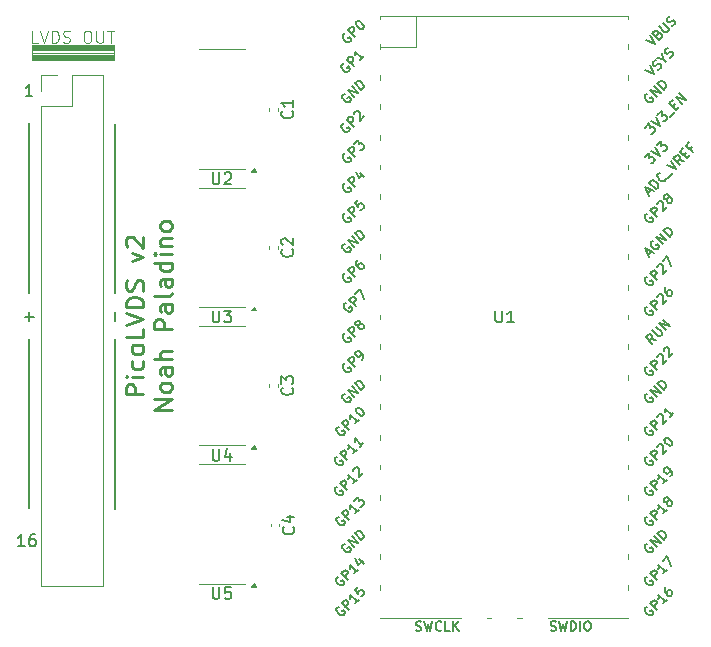
<source format=gbr>
%TF.GenerationSoftware,KiCad,Pcbnew,8.0.9*%
%TF.CreationDate,2025-02-20T22:31:30-05:00*%
%TF.ProjectId,PicoLVDS,5069636f-4c56-4445-932e-6b696361645f,2*%
%TF.SameCoordinates,Original*%
%TF.FileFunction,Legend,Top*%
%TF.FilePolarity,Positive*%
%FSLAX46Y46*%
G04 Gerber Fmt 4.6, Leading zero omitted, Abs format (unit mm)*
G04 Created by KiCad (PCBNEW 8.0.9) date 2025-02-20 22:31:30*
%MOMM*%
%LPD*%
G01*
G04 APERTURE LIST*
%ADD10C,0.100000*%
%ADD11C,0.254000*%
%ADD12C,0.150000*%
%ADD13C,0.120000*%
G04 APERTURE END LIST*
D10*
X32145237Y-39672419D02*
X31669047Y-39672419D01*
X31669047Y-39672419D02*
X31669047Y-38672419D01*
X32335714Y-38672419D02*
X32669047Y-39672419D01*
X32669047Y-39672419D02*
X33002380Y-38672419D01*
X33335714Y-39672419D02*
X33335714Y-38672419D01*
X33335714Y-38672419D02*
X33573809Y-38672419D01*
X33573809Y-38672419D02*
X33716666Y-38720038D01*
X33716666Y-38720038D02*
X33811904Y-38815276D01*
X33811904Y-38815276D02*
X33859523Y-38910514D01*
X33859523Y-38910514D02*
X33907142Y-39100990D01*
X33907142Y-39100990D02*
X33907142Y-39243847D01*
X33907142Y-39243847D02*
X33859523Y-39434323D01*
X33859523Y-39434323D02*
X33811904Y-39529561D01*
X33811904Y-39529561D02*
X33716666Y-39624800D01*
X33716666Y-39624800D02*
X33573809Y-39672419D01*
X33573809Y-39672419D02*
X33335714Y-39672419D01*
X34288095Y-39624800D02*
X34430952Y-39672419D01*
X34430952Y-39672419D02*
X34669047Y-39672419D01*
X34669047Y-39672419D02*
X34764285Y-39624800D01*
X34764285Y-39624800D02*
X34811904Y-39577180D01*
X34811904Y-39577180D02*
X34859523Y-39481942D01*
X34859523Y-39481942D02*
X34859523Y-39386704D01*
X34859523Y-39386704D02*
X34811904Y-39291466D01*
X34811904Y-39291466D02*
X34764285Y-39243847D01*
X34764285Y-39243847D02*
X34669047Y-39196228D01*
X34669047Y-39196228D02*
X34478571Y-39148609D01*
X34478571Y-39148609D02*
X34383333Y-39100990D01*
X34383333Y-39100990D02*
X34335714Y-39053371D01*
X34335714Y-39053371D02*
X34288095Y-38958133D01*
X34288095Y-38958133D02*
X34288095Y-38862895D01*
X34288095Y-38862895D02*
X34335714Y-38767657D01*
X34335714Y-38767657D02*
X34383333Y-38720038D01*
X34383333Y-38720038D02*
X34478571Y-38672419D01*
X34478571Y-38672419D02*
X34716666Y-38672419D01*
X34716666Y-38672419D02*
X34859523Y-38720038D01*
X36240476Y-38672419D02*
X36430952Y-38672419D01*
X36430952Y-38672419D02*
X36526190Y-38720038D01*
X36526190Y-38720038D02*
X36621428Y-38815276D01*
X36621428Y-38815276D02*
X36669047Y-39005752D01*
X36669047Y-39005752D02*
X36669047Y-39339085D01*
X36669047Y-39339085D02*
X36621428Y-39529561D01*
X36621428Y-39529561D02*
X36526190Y-39624800D01*
X36526190Y-39624800D02*
X36430952Y-39672419D01*
X36430952Y-39672419D02*
X36240476Y-39672419D01*
X36240476Y-39672419D02*
X36145238Y-39624800D01*
X36145238Y-39624800D02*
X36050000Y-39529561D01*
X36050000Y-39529561D02*
X36002381Y-39339085D01*
X36002381Y-39339085D02*
X36002381Y-39005752D01*
X36002381Y-39005752D02*
X36050000Y-38815276D01*
X36050000Y-38815276D02*
X36145238Y-38720038D01*
X36145238Y-38720038D02*
X36240476Y-38672419D01*
X37097619Y-38672419D02*
X37097619Y-39481942D01*
X37097619Y-39481942D02*
X37145238Y-39577180D01*
X37145238Y-39577180D02*
X37192857Y-39624800D01*
X37192857Y-39624800D02*
X37288095Y-39672419D01*
X37288095Y-39672419D02*
X37478571Y-39672419D01*
X37478571Y-39672419D02*
X37573809Y-39624800D01*
X37573809Y-39624800D02*
X37621428Y-39577180D01*
X37621428Y-39577180D02*
X37669047Y-39481942D01*
X37669047Y-39481942D02*
X37669047Y-38672419D01*
X38002381Y-38672419D02*
X38573809Y-38672419D01*
X38288095Y-39672419D02*
X38288095Y-38672419D01*
X31600000Y-40500000D02*
X38600000Y-40500000D01*
X31600000Y-39900000D02*
X38600000Y-39900000D01*
X38600000Y-40300000D01*
X31600000Y-40300000D01*
X31600000Y-39900000D01*
G36*
X31600000Y-39900000D02*
G01*
X38600000Y-39900000D01*
X38600000Y-40300000D01*
X31600000Y-40300000D01*
X31600000Y-39900000D01*
G37*
X31600000Y-40700000D02*
X38600000Y-40700000D01*
X38600000Y-41100000D01*
X31600000Y-41100000D01*
X31600000Y-40700000D01*
G36*
X31600000Y-40700000D02*
G01*
X38600000Y-40700000D01*
X38600000Y-41100000D01*
X31600000Y-41100000D01*
X31600000Y-40700000D01*
G37*
X31600000Y-41100000D02*
X31600000Y-40300000D01*
X38600000Y-41100000D02*
X38600000Y-40300000D01*
X32000000Y-39900000D02*
X32000000Y-40300000D01*
X38100000Y-39900000D02*
X32000000Y-39900000D01*
X38100000Y-40300000D02*
X38100000Y-39900000D01*
X32000000Y-40300000D02*
X38100000Y-40300000D01*
X32000000Y-40700000D02*
X38100000Y-40700000D01*
X32000000Y-41100000D02*
X38100000Y-41100000D01*
D11*
X41073262Y-69442856D02*
X39573262Y-69442856D01*
X39573262Y-69442856D02*
X39573262Y-68871427D01*
X39573262Y-68871427D02*
X39644691Y-68728570D01*
X39644691Y-68728570D02*
X39716119Y-68657141D01*
X39716119Y-68657141D02*
X39858976Y-68585713D01*
X39858976Y-68585713D02*
X40073262Y-68585713D01*
X40073262Y-68585713D02*
X40216119Y-68657141D01*
X40216119Y-68657141D02*
X40287548Y-68728570D01*
X40287548Y-68728570D02*
X40358976Y-68871427D01*
X40358976Y-68871427D02*
X40358976Y-69442856D01*
X41073262Y-67942856D02*
X40073262Y-67942856D01*
X39573262Y-67942856D02*
X39644691Y-68014284D01*
X39644691Y-68014284D02*
X39716119Y-67942856D01*
X39716119Y-67942856D02*
X39644691Y-67871427D01*
X39644691Y-67871427D02*
X39573262Y-67942856D01*
X39573262Y-67942856D02*
X39716119Y-67942856D01*
X41001834Y-66585713D02*
X41073262Y-66728570D01*
X41073262Y-66728570D02*
X41073262Y-67014284D01*
X41073262Y-67014284D02*
X41001834Y-67157141D01*
X41001834Y-67157141D02*
X40930405Y-67228570D01*
X40930405Y-67228570D02*
X40787548Y-67299998D01*
X40787548Y-67299998D02*
X40358976Y-67299998D01*
X40358976Y-67299998D02*
X40216119Y-67228570D01*
X40216119Y-67228570D02*
X40144691Y-67157141D01*
X40144691Y-67157141D02*
X40073262Y-67014284D01*
X40073262Y-67014284D02*
X40073262Y-66728570D01*
X40073262Y-66728570D02*
X40144691Y-66585713D01*
X41073262Y-65728570D02*
X41001834Y-65871427D01*
X41001834Y-65871427D02*
X40930405Y-65942856D01*
X40930405Y-65942856D02*
X40787548Y-66014284D01*
X40787548Y-66014284D02*
X40358976Y-66014284D01*
X40358976Y-66014284D02*
X40216119Y-65942856D01*
X40216119Y-65942856D02*
X40144691Y-65871427D01*
X40144691Y-65871427D02*
X40073262Y-65728570D01*
X40073262Y-65728570D02*
X40073262Y-65514284D01*
X40073262Y-65514284D02*
X40144691Y-65371427D01*
X40144691Y-65371427D02*
X40216119Y-65299999D01*
X40216119Y-65299999D02*
X40358976Y-65228570D01*
X40358976Y-65228570D02*
X40787548Y-65228570D01*
X40787548Y-65228570D02*
X40930405Y-65299999D01*
X40930405Y-65299999D02*
X41001834Y-65371427D01*
X41001834Y-65371427D02*
X41073262Y-65514284D01*
X41073262Y-65514284D02*
X41073262Y-65728570D01*
X41073262Y-63871427D02*
X41073262Y-64585713D01*
X41073262Y-64585713D02*
X39573262Y-64585713D01*
X39573262Y-63585712D02*
X41073262Y-63085712D01*
X41073262Y-63085712D02*
X39573262Y-62585712D01*
X41073262Y-62085713D02*
X39573262Y-62085713D01*
X39573262Y-62085713D02*
X39573262Y-61728570D01*
X39573262Y-61728570D02*
X39644691Y-61514284D01*
X39644691Y-61514284D02*
X39787548Y-61371427D01*
X39787548Y-61371427D02*
X39930405Y-61299998D01*
X39930405Y-61299998D02*
X40216119Y-61228570D01*
X40216119Y-61228570D02*
X40430405Y-61228570D01*
X40430405Y-61228570D02*
X40716119Y-61299998D01*
X40716119Y-61299998D02*
X40858976Y-61371427D01*
X40858976Y-61371427D02*
X41001834Y-61514284D01*
X41001834Y-61514284D02*
X41073262Y-61728570D01*
X41073262Y-61728570D02*
X41073262Y-62085713D01*
X41001834Y-60657141D02*
X41073262Y-60442856D01*
X41073262Y-60442856D02*
X41073262Y-60085713D01*
X41073262Y-60085713D02*
X41001834Y-59942856D01*
X41001834Y-59942856D02*
X40930405Y-59871427D01*
X40930405Y-59871427D02*
X40787548Y-59799998D01*
X40787548Y-59799998D02*
X40644691Y-59799998D01*
X40644691Y-59799998D02*
X40501834Y-59871427D01*
X40501834Y-59871427D02*
X40430405Y-59942856D01*
X40430405Y-59942856D02*
X40358976Y-60085713D01*
X40358976Y-60085713D02*
X40287548Y-60371427D01*
X40287548Y-60371427D02*
X40216119Y-60514284D01*
X40216119Y-60514284D02*
X40144691Y-60585713D01*
X40144691Y-60585713D02*
X40001834Y-60657141D01*
X40001834Y-60657141D02*
X39858976Y-60657141D01*
X39858976Y-60657141D02*
X39716119Y-60585713D01*
X39716119Y-60585713D02*
X39644691Y-60514284D01*
X39644691Y-60514284D02*
X39573262Y-60371427D01*
X39573262Y-60371427D02*
X39573262Y-60014284D01*
X39573262Y-60014284D02*
X39644691Y-59799998D01*
X40073262Y-58157142D02*
X41073262Y-57799999D01*
X41073262Y-57799999D02*
X40073262Y-57442856D01*
X39716119Y-56942856D02*
X39644691Y-56871428D01*
X39644691Y-56871428D02*
X39573262Y-56728571D01*
X39573262Y-56728571D02*
X39573262Y-56371428D01*
X39573262Y-56371428D02*
X39644691Y-56228571D01*
X39644691Y-56228571D02*
X39716119Y-56157142D01*
X39716119Y-56157142D02*
X39858976Y-56085713D01*
X39858976Y-56085713D02*
X40001834Y-56085713D01*
X40001834Y-56085713D02*
X40216119Y-56157142D01*
X40216119Y-56157142D02*
X41073262Y-57014285D01*
X41073262Y-57014285D02*
X41073262Y-56085713D01*
X43488178Y-70728572D02*
X41988178Y-70728572D01*
X41988178Y-70728572D02*
X43488178Y-69871429D01*
X43488178Y-69871429D02*
X41988178Y-69871429D01*
X43488178Y-68942857D02*
X43416750Y-69085714D01*
X43416750Y-69085714D02*
X43345321Y-69157143D01*
X43345321Y-69157143D02*
X43202464Y-69228571D01*
X43202464Y-69228571D02*
X42773892Y-69228571D01*
X42773892Y-69228571D02*
X42631035Y-69157143D01*
X42631035Y-69157143D02*
X42559607Y-69085714D01*
X42559607Y-69085714D02*
X42488178Y-68942857D01*
X42488178Y-68942857D02*
X42488178Y-68728571D01*
X42488178Y-68728571D02*
X42559607Y-68585714D01*
X42559607Y-68585714D02*
X42631035Y-68514286D01*
X42631035Y-68514286D02*
X42773892Y-68442857D01*
X42773892Y-68442857D02*
X43202464Y-68442857D01*
X43202464Y-68442857D02*
X43345321Y-68514286D01*
X43345321Y-68514286D02*
X43416750Y-68585714D01*
X43416750Y-68585714D02*
X43488178Y-68728571D01*
X43488178Y-68728571D02*
X43488178Y-68942857D01*
X43488178Y-67157143D02*
X42702464Y-67157143D01*
X42702464Y-67157143D02*
X42559607Y-67228571D01*
X42559607Y-67228571D02*
X42488178Y-67371428D01*
X42488178Y-67371428D02*
X42488178Y-67657143D01*
X42488178Y-67657143D02*
X42559607Y-67800000D01*
X43416750Y-67157143D02*
X43488178Y-67300000D01*
X43488178Y-67300000D02*
X43488178Y-67657143D01*
X43488178Y-67657143D02*
X43416750Y-67800000D01*
X43416750Y-67800000D02*
X43273892Y-67871428D01*
X43273892Y-67871428D02*
X43131035Y-67871428D01*
X43131035Y-67871428D02*
X42988178Y-67800000D01*
X42988178Y-67800000D02*
X42916750Y-67657143D01*
X42916750Y-67657143D02*
X42916750Y-67300000D01*
X42916750Y-67300000D02*
X42845321Y-67157143D01*
X43488178Y-66442857D02*
X41988178Y-66442857D01*
X43488178Y-65800000D02*
X42702464Y-65800000D01*
X42702464Y-65800000D02*
X42559607Y-65871428D01*
X42559607Y-65871428D02*
X42488178Y-66014285D01*
X42488178Y-66014285D02*
X42488178Y-66228571D01*
X42488178Y-66228571D02*
X42559607Y-66371428D01*
X42559607Y-66371428D02*
X42631035Y-66442857D01*
X43488178Y-63942857D02*
X41988178Y-63942857D01*
X41988178Y-63942857D02*
X41988178Y-63371428D01*
X41988178Y-63371428D02*
X42059607Y-63228571D01*
X42059607Y-63228571D02*
X42131035Y-63157142D01*
X42131035Y-63157142D02*
X42273892Y-63085714D01*
X42273892Y-63085714D02*
X42488178Y-63085714D01*
X42488178Y-63085714D02*
X42631035Y-63157142D01*
X42631035Y-63157142D02*
X42702464Y-63228571D01*
X42702464Y-63228571D02*
X42773892Y-63371428D01*
X42773892Y-63371428D02*
X42773892Y-63942857D01*
X43488178Y-61800000D02*
X42702464Y-61800000D01*
X42702464Y-61800000D02*
X42559607Y-61871428D01*
X42559607Y-61871428D02*
X42488178Y-62014285D01*
X42488178Y-62014285D02*
X42488178Y-62300000D01*
X42488178Y-62300000D02*
X42559607Y-62442857D01*
X43416750Y-61800000D02*
X43488178Y-61942857D01*
X43488178Y-61942857D02*
X43488178Y-62300000D01*
X43488178Y-62300000D02*
X43416750Y-62442857D01*
X43416750Y-62442857D02*
X43273892Y-62514285D01*
X43273892Y-62514285D02*
X43131035Y-62514285D01*
X43131035Y-62514285D02*
X42988178Y-62442857D01*
X42988178Y-62442857D02*
X42916750Y-62300000D01*
X42916750Y-62300000D02*
X42916750Y-61942857D01*
X42916750Y-61942857D02*
X42845321Y-61800000D01*
X43488178Y-60871428D02*
X43416750Y-61014285D01*
X43416750Y-61014285D02*
X43273892Y-61085714D01*
X43273892Y-61085714D02*
X41988178Y-61085714D01*
X43488178Y-59657143D02*
X42702464Y-59657143D01*
X42702464Y-59657143D02*
X42559607Y-59728571D01*
X42559607Y-59728571D02*
X42488178Y-59871428D01*
X42488178Y-59871428D02*
X42488178Y-60157143D01*
X42488178Y-60157143D02*
X42559607Y-60300000D01*
X43416750Y-59657143D02*
X43488178Y-59800000D01*
X43488178Y-59800000D02*
X43488178Y-60157143D01*
X43488178Y-60157143D02*
X43416750Y-60300000D01*
X43416750Y-60300000D02*
X43273892Y-60371428D01*
X43273892Y-60371428D02*
X43131035Y-60371428D01*
X43131035Y-60371428D02*
X42988178Y-60300000D01*
X42988178Y-60300000D02*
X42916750Y-60157143D01*
X42916750Y-60157143D02*
X42916750Y-59800000D01*
X42916750Y-59800000D02*
X42845321Y-59657143D01*
X43488178Y-58300000D02*
X41988178Y-58300000D01*
X43416750Y-58300000D02*
X43488178Y-58442857D01*
X43488178Y-58442857D02*
X43488178Y-58728571D01*
X43488178Y-58728571D02*
X43416750Y-58871428D01*
X43416750Y-58871428D02*
X43345321Y-58942857D01*
X43345321Y-58942857D02*
X43202464Y-59014285D01*
X43202464Y-59014285D02*
X42773892Y-59014285D01*
X42773892Y-59014285D02*
X42631035Y-58942857D01*
X42631035Y-58942857D02*
X42559607Y-58871428D01*
X42559607Y-58871428D02*
X42488178Y-58728571D01*
X42488178Y-58728571D02*
X42488178Y-58442857D01*
X42488178Y-58442857D02*
X42559607Y-58300000D01*
X43488178Y-57585714D02*
X42488178Y-57585714D01*
X41988178Y-57585714D02*
X42059607Y-57657142D01*
X42059607Y-57657142D02*
X42131035Y-57585714D01*
X42131035Y-57585714D02*
X42059607Y-57514285D01*
X42059607Y-57514285D02*
X41988178Y-57585714D01*
X41988178Y-57585714D02*
X42131035Y-57585714D01*
X42488178Y-56871428D02*
X43488178Y-56871428D01*
X42631035Y-56871428D02*
X42559607Y-56799999D01*
X42559607Y-56799999D02*
X42488178Y-56657142D01*
X42488178Y-56657142D02*
X42488178Y-56442856D01*
X42488178Y-56442856D02*
X42559607Y-56299999D01*
X42559607Y-56299999D02*
X42702464Y-56228571D01*
X42702464Y-56228571D02*
X43488178Y-56228571D01*
X43488178Y-55299999D02*
X43416750Y-55442856D01*
X43416750Y-55442856D02*
X43345321Y-55514285D01*
X43345321Y-55514285D02*
X43202464Y-55585713D01*
X43202464Y-55585713D02*
X42773892Y-55585713D01*
X42773892Y-55585713D02*
X42631035Y-55514285D01*
X42631035Y-55514285D02*
X42559607Y-55442856D01*
X42559607Y-55442856D02*
X42488178Y-55299999D01*
X42488178Y-55299999D02*
X42488178Y-55085713D01*
X42488178Y-55085713D02*
X42559607Y-54942856D01*
X42559607Y-54942856D02*
X42631035Y-54871428D01*
X42631035Y-54871428D02*
X42773892Y-54799999D01*
X42773892Y-54799999D02*
X43202464Y-54799999D01*
X43202464Y-54799999D02*
X43345321Y-54871428D01*
X43345321Y-54871428D02*
X43416750Y-54942856D01*
X43416750Y-54942856D02*
X43488178Y-55085713D01*
X43488178Y-55085713D02*
X43488178Y-55299999D01*
D12*
X46938095Y-85754819D02*
X46938095Y-86564342D01*
X46938095Y-86564342D02*
X46985714Y-86659580D01*
X46985714Y-86659580D02*
X47033333Y-86707200D01*
X47033333Y-86707200D02*
X47128571Y-86754819D01*
X47128571Y-86754819D02*
X47319047Y-86754819D01*
X47319047Y-86754819D02*
X47414285Y-86707200D01*
X47414285Y-86707200D02*
X47461904Y-86659580D01*
X47461904Y-86659580D02*
X47509523Y-86564342D01*
X47509523Y-86564342D02*
X47509523Y-85754819D01*
X48461904Y-85754819D02*
X47985714Y-85754819D01*
X47985714Y-85754819D02*
X47938095Y-86231009D01*
X47938095Y-86231009D02*
X47985714Y-86183390D01*
X47985714Y-86183390D02*
X48080952Y-86135771D01*
X48080952Y-86135771D02*
X48319047Y-86135771D01*
X48319047Y-86135771D02*
X48414285Y-86183390D01*
X48414285Y-86183390D02*
X48461904Y-86231009D01*
X48461904Y-86231009D02*
X48509523Y-86326247D01*
X48509523Y-86326247D02*
X48509523Y-86564342D01*
X48509523Y-86564342D02*
X48461904Y-86659580D01*
X48461904Y-86659580D02*
X48414285Y-86707200D01*
X48414285Y-86707200D02*
X48319047Y-86754819D01*
X48319047Y-86754819D02*
X48080952Y-86754819D01*
X48080952Y-86754819D02*
X47985714Y-86707200D01*
X47985714Y-86707200D02*
X47938095Y-86659580D01*
X46938095Y-74054819D02*
X46938095Y-74864342D01*
X46938095Y-74864342D02*
X46985714Y-74959580D01*
X46985714Y-74959580D02*
X47033333Y-75007200D01*
X47033333Y-75007200D02*
X47128571Y-75054819D01*
X47128571Y-75054819D02*
X47319047Y-75054819D01*
X47319047Y-75054819D02*
X47414285Y-75007200D01*
X47414285Y-75007200D02*
X47461904Y-74959580D01*
X47461904Y-74959580D02*
X47509523Y-74864342D01*
X47509523Y-74864342D02*
X47509523Y-74054819D01*
X48414285Y-74388152D02*
X48414285Y-75054819D01*
X48176190Y-74007200D02*
X47938095Y-74721485D01*
X47938095Y-74721485D02*
X48557142Y-74721485D01*
X46938095Y-62354819D02*
X46938095Y-63164342D01*
X46938095Y-63164342D02*
X46985714Y-63259580D01*
X46985714Y-63259580D02*
X47033333Y-63307200D01*
X47033333Y-63307200D02*
X47128571Y-63354819D01*
X47128571Y-63354819D02*
X47319047Y-63354819D01*
X47319047Y-63354819D02*
X47414285Y-63307200D01*
X47414285Y-63307200D02*
X47461904Y-63259580D01*
X47461904Y-63259580D02*
X47509523Y-63164342D01*
X47509523Y-63164342D02*
X47509523Y-62354819D01*
X47890476Y-62354819D02*
X48509523Y-62354819D01*
X48509523Y-62354819D02*
X48176190Y-62735771D01*
X48176190Y-62735771D02*
X48319047Y-62735771D01*
X48319047Y-62735771D02*
X48414285Y-62783390D01*
X48414285Y-62783390D02*
X48461904Y-62831009D01*
X48461904Y-62831009D02*
X48509523Y-62926247D01*
X48509523Y-62926247D02*
X48509523Y-63164342D01*
X48509523Y-63164342D02*
X48461904Y-63259580D01*
X48461904Y-63259580D02*
X48414285Y-63307200D01*
X48414285Y-63307200D02*
X48319047Y-63354819D01*
X48319047Y-63354819D02*
X48033333Y-63354819D01*
X48033333Y-63354819D02*
X47938095Y-63307200D01*
X47938095Y-63307200D02*
X47890476Y-63259580D01*
X46938095Y-50654819D02*
X46938095Y-51464342D01*
X46938095Y-51464342D02*
X46985714Y-51559580D01*
X46985714Y-51559580D02*
X47033333Y-51607200D01*
X47033333Y-51607200D02*
X47128571Y-51654819D01*
X47128571Y-51654819D02*
X47319047Y-51654819D01*
X47319047Y-51654819D02*
X47414285Y-51607200D01*
X47414285Y-51607200D02*
X47461904Y-51559580D01*
X47461904Y-51559580D02*
X47509523Y-51464342D01*
X47509523Y-51464342D02*
X47509523Y-50654819D01*
X47938095Y-50750057D02*
X47985714Y-50702438D01*
X47985714Y-50702438D02*
X48080952Y-50654819D01*
X48080952Y-50654819D02*
X48319047Y-50654819D01*
X48319047Y-50654819D02*
X48414285Y-50702438D01*
X48414285Y-50702438D02*
X48461904Y-50750057D01*
X48461904Y-50750057D02*
X48509523Y-50845295D01*
X48509523Y-50845295D02*
X48509523Y-50940533D01*
X48509523Y-50940533D02*
X48461904Y-51083390D01*
X48461904Y-51083390D02*
X47890476Y-51654819D01*
X47890476Y-51654819D02*
X48509523Y-51654819D01*
X53659580Y-45466666D02*
X53707200Y-45514285D01*
X53707200Y-45514285D02*
X53754819Y-45657142D01*
X53754819Y-45657142D02*
X53754819Y-45752380D01*
X53754819Y-45752380D02*
X53707200Y-45895237D01*
X53707200Y-45895237D02*
X53611961Y-45990475D01*
X53611961Y-45990475D02*
X53516723Y-46038094D01*
X53516723Y-46038094D02*
X53326247Y-46085713D01*
X53326247Y-46085713D02*
X53183390Y-46085713D01*
X53183390Y-46085713D02*
X52992914Y-46038094D01*
X52992914Y-46038094D02*
X52897676Y-45990475D01*
X52897676Y-45990475D02*
X52802438Y-45895237D01*
X52802438Y-45895237D02*
X52754819Y-45752380D01*
X52754819Y-45752380D02*
X52754819Y-45657142D01*
X52754819Y-45657142D02*
X52802438Y-45514285D01*
X52802438Y-45514285D02*
X52850057Y-45466666D01*
X53754819Y-44514285D02*
X53754819Y-45085713D01*
X53754819Y-44799999D02*
X52754819Y-44799999D01*
X52754819Y-44799999D02*
X52897676Y-44895237D01*
X52897676Y-44895237D02*
X52992914Y-44990475D01*
X52992914Y-44990475D02*
X53040533Y-45085713D01*
X31660839Y-44194819D02*
X31089411Y-44194819D01*
X31375125Y-44194819D02*
X31375125Y-43194819D01*
X31375125Y-43194819D02*
X31279887Y-43337676D01*
X31279887Y-43337676D02*
X31184649Y-43432914D01*
X31184649Y-43432914D02*
X31089411Y-43480533D01*
X31008458Y-82294819D02*
X30437030Y-82294819D01*
X30722744Y-82294819D02*
X30722744Y-81294819D01*
X30722744Y-81294819D02*
X30627506Y-81437676D01*
X30627506Y-81437676D02*
X30532268Y-81532914D01*
X30532268Y-81532914D02*
X30437030Y-81580533D01*
X31865601Y-81294819D02*
X31675125Y-81294819D01*
X31675125Y-81294819D02*
X31579887Y-81342438D01*
X31579887Y-81342438D02*
X31532268Y-81390057D01*
X31532268Y-81390057D02*
X31437030Y-81532914D01*
X31437030Y-81532914D02*
X31389411Y-81723390D01*
X31389411Y-81723390D02*
X31389411Y-82104342D01*
X31389411Y-82104342D02*
X31437030Y-82199580D01*
X31437030Y-82199580D02*
X31484649Y-82247200D01*
X31484649Y-82247200D02*
X31579887Y-82294819D01*
X31579887Y-82294819D02*
X31770363Y-82294819D01*
X31770363Y-82294819D02*
X31865601Y-82247200D01*
X31865601Y-82247200D02*
X31913220Y-82199580D01*
X31913220Y-82199580D02*
X31960839Y-82104342D01*
X31960839Y-82104342D02*
X31960839Y-81866247D01*
X31960839Y-81866247D02*
X31913220Y-81771009D01*
X31913220Y-81771009D02*
X31865601Y-81723390D01*
X31865601Y-81723390D02*
X31770363Y-81675771D01*
X31770363Y-81675771D02*
X31579887Y-81675771D01*
X31579887Y-81675771D02*
X31484649Y-81723390D01*
X31484649Y-81723390D02*
X31437030Y-81771009D01*
X31437030Y-81771009D02*
X31389411Y-81866247D01*
X31019048Y-62863866D02*
X31780953Y-62863866D01*
X31400000Y-63244819D02*
X31400000Y-62482914D01*
X38673866Y-63220951D02*
X38673866Y-62459047D01*
X53759580Y-80666666D02*
X53807200Y-80714285D01*
X53807200Y-80714285D02*
X53854819Y-80857142D01*
X53854819Y-80857142D02*
X53854819Y-80952380D01*
X53854819Y-80952380D02*
X53807200Y-81095237D01*
X53807200Y-81095237D02*
X53711961Y-81190475D01*
X53711961Y-81190475D02*
X53616723Y-81238094D01*
X53616723Y-81238094D02*
X53426247Y-81285713D01*
X53426247Y-81285713D02*
X53283390Y-81285713D01*
X53283390Y-81285713D02*
X53092914Y-81238094D01*
X53092914Y-81238094D02*
X52997676Y-81190475D01*
X52997676Y-81190475D02*
X52902438Y-81095237D01*
X52902438Y-81095237D02*
X52854819Y-80952380D01*
X52854819Y-80952380D02*
X52854819Y-80857142D01*
X52854819Y-80857142D02*
X52902438Y-80714285D01*
X52902438Y-80714285D02*
X52950057Y-80666666D01*
X53188152Y-79809523D02*
X53854819Y-79809523D01*
X52807200Y-80047618D02*
X53521485Y-80285713D01*
X53521485Y-80285713D02*
X53521485Y-79666666D01*
X53659580Y-57166666D02*
X53707200Y-57214285D01*
X53707200Y-57214285D02*
X53754819Y-57357142D01*
X53754819Y-57357142D02*
X53754819Y-57452380D01*
X53754819Y-57452380D02*
X53707200Y-57595237D01*
X53707200Y-57595237D02*
X53611961Y-57690475D01*
X53611961Y-57690475D02*
X53516723Y-57738094D01*
X53516723Y-57738094D02*
X53326247Y-57785713D01*
X53326247Y-57785713D02*
X53183390Y-57785713D01*
X53183390Y-57785713D02*
X52992914Y-57738094D01*
X52992914Y-57738094D02*
X52897676Y-57690475D01*
X52897676Y-57690475D02*
X52802438Y-57595237D01*
X52802438Y-57595237D02*
X52754819Y-57452380D01*
X52754819Y-57452380D02*
X52754819Y-57357142D01*
X52754819Y-57357142D02*
X52802438Y-57214285D01*
X52802438Y-57214285D02*
X52850057Y-57166666D01*
X52850057Y-56785713D02*
X52802438Y-56738094D01*
X52802438Y-56738094D02*
X52754819Y-56642856D01*
X52754819Y-56642856D02*
X52754819Y-56404761D01*
X52754819Y-56404761D02*
X52802438Y-56309523D01*
X52802438Y-56309523D02*
X52850057Y-56261904D01*
X52850057Y-56261904D02*
X52945295Y-56214285D01*
X52945295Y-56214285D02*
X53040533Y-56214285D01*
X53040533Y-56214285D02*
X53183390Y-56261904D01*
X53183390Y-56261904D02*
X53754819Y-56833332D01*
X53754819Y-56833332D02*
X53754819Y-56214285D01*
X53659580Y-68866666D02*
X53707200Y-68914285D01*
X53707200Y-68914285D02*
X53754819Y-69057142D01*
X53754819Y-69057142D02*
X53754819Y-69152380D01*
X53754819Y-69152380D02*
X53707200Y-69295237D01*
X53707200Y-69295237D02*
X53611961Y-69390475D01*
X53611961Y-69390475D02*
X53516723Y-69438094D01*
X53516723Y-69438094D02*
X53326247Y-69485713D01*
X53326247Y-69485713D02*
X53183390Y-69485713D01*
X53183390Y-69485713D02*
X52992914Y-69438094D01*
X52992914Y-69438094D02*
X52897676Y-69390475D01*
X52897676Y-69390475D02*
X52802438Y-69295237D01*
X52802438Y-69295237D02*
X52754819Y-69152380D01*
X52754819Y-69152380D02*
X52754819Y-69057142D01*
X52754819Y-69057142D02*
X52802438Y-68914285D01*
X52802438Y-68914285D02*
X52850057Y-68866666D01*
X52754819Y-68533332D02*
X52754819Y-67914285D01*
X52754819Y-67914285D02*
X53135771Y-68247618D01*
X53135771Y-68247618D02*
X53135771Y-68104761D01*
X53135771Y-68104761D02*
X53183390Y-68009523D01*
X53183390Y-68009523D02*
X53231009Y-67961904D01*
X53231009Y-67961904D02*
X53326247Y-67914285D01*
X53326247Y-67914285D02*
X53564342Y-67914285D01*
X53564342Y-67914285D02*
X53659580Y-67961904D01*
X53659580Y-67961904D02*
X53707200Y-68009523D01*
X53707200Y-68009523D02*
X53754819Y-68104761D01*
X53754819Y-68104761D02*
X53754819Y-68390475D01*
X53754819Y-68390475D02*
X53707200Y-68485713D01*
X53707200Y-68485713D02*
X53659580Y-68533332D01*
X70878095Y-62344819D02*
X70878095Y-63154342D01*
X70878095Y-63154342D02*
X70925714Y-63249580D01*
X70925714Y-63249580D02*
X70973333Y-63297200D01*
X70973333Y-63297200D02*
X71068571Y-63344819D01*
X71068571Y-63344819D02*
X71259047Y-63344819D01*
X71259047Y-63344819D02*
X71354285Y-63297200D01*
X71354285Y-63297200D02*
X71401904Y-63249580D01*
X71401904Y-63249580D02*
X71449523Y-63154342D01*
X71449523Y-63154342D02*
X71449523Y-62344819D01*
X72449523Y-63344819D02*
X71878095Y-63344819D01*
X72163809Y-63344819D02*
X72163809Y-62344819D01*
X72163809Y-62344819D02*
X72068571Y-62487676D01*
X72068571Y-62487676D02*
X71973333Y-62582914D01*
X71973333Y-62582914D02*
X71878095Y-62630533D01*
X58253372Y-61711494D02*
X58172560Y-61738431D01*
X58172560Y-61738431D02*
X58091748Y-61819243D01*
X58091748Y-61819243D02*
X58037873Y-61926993D01*
X58037873Y-61926993D02*
X58037873Y-62034742D01*
X58037873Y-62034742D02*
X58064810Y-62115555D01*
X58064810Y-62115555D02*
X58145623Y-62250242D01*
X58145623Y-62250242D02*
X58226435Y-62331054D01*
X58226435Y-62331054D02*
X58361122Y-62411866D01*
X58361122Y-62411866D02*
X58441934Y-62438803D01*
X58441934Y-62438803D02*
X58549684Y-62438803D01*
X58549684Y-62438803D02*
X58657433Y-62384929D01*
X58657433Y-62384929D02*
X58711308Y-62331054D01*
X58711308Y-62331054D02*
X58765183Y-62223304D01*
X58765183Y-62223304D02*
X58765183Y-62169429D01*
X58765183Y-62169429D02*
X58576621Y-61980868D01*
X58576621Y-61980868D02*
X58468871Y-62088617D01*
X59061494Y-61980868D02*
X58495809Y-61415182D01*
X58495809Y-61415182D02*
X58711308Y-61199683D01*
X58711308Y-61199683D02*
X58792120Y-61172746D01*
X58792120Y-61172746D02*
X58845995Y-61172746D01*
X58845995Y-61172746D02*
X58926807Y-61199683D01*
X58926807Y-61199683D02*
X59007619Y-61280495D01*
X59007619Y-61280495D02*
X59034557Y-61361307D01*
X59034557Y-61361307D02*
X59034557Y-61415182D01*
X59034557Y-61415182D02*
X59007619Y-61495994D01*
X59007619Y-61495994D02*
X58792120Y-61711494D01*
X59007619Y-60903372D02*
X59384743Y-60526248D01*
X59384743Y-60526248D02*
X59707992Y-61334370D01*
X83737998Y-62010868D02*
X83657185Y-62037805D01*
X83657185Y-62037805D02*
X83576373Y-62118618D01*
X83576373Y-62118618D02*
X83522498Y-62226367D01*
X83522498Y-62226367D02*
X83522498Y-62334117D01*
X83522498Y-62334117D02*
X83549436Y-62414929D01*
X83549436Y-62414929D02*
X83630248Y-62549616D01*
X83630248Y-62549616D02*
X83711060Y-62630428D01*
X83711060Y-62630428D02*
X83845747Y-62711241D01*
X83845747Y-62711241D02*
X83926560Y-62738178D01*
X83926560Y-62738178D02*
X84034309Y-62738178D01*
X84034309Y-62738178D02*
X84142059Y-62684303D01*
X84142059Y-62684303D02*
X84195934Y-62630428D01*
X84195934Y-62630428D02*
X84249808Y-62522679D01*
X84249808Y-62522679D02*
X84249808Y-62468804D01*
X84249808Y-62468804D02*
X84061247Y-62280242D01*
X84061247Y-62280242D02*
X83953497Y-62387992D01*
X84546120Y-62280242D02*
X83980434Y-61714557D01*
X83980434Y-61714557D02*
X84195934Y-61499057D01*
X84195934Y-61499057D02*
X84276746Y-61472120D01*
X84276746Y-61472120D02*
X84330621Y-61472120D01*
X84330621Y-61472120D02*
X84411433Y-61499057D01*
X84411433Y-61499057D02*
X84492245Y-61579870D01*
X84492245Y-61579870D02*
X84519182Y-61660682D01*
X84519182Y-61660682D02*
X84519182Y-61714557D01*
X84519182Y-61714557D02*
X84492245Y-61795369D01*
X84492245Y-61795369D02*
X84276746Y-62010868D01*
X84573057Y-61229683D02*
X84573057Y-61175809D01*
X84573057Y-61175809D02*
X84599995Y-61094996D01*
X84599995Y-61094996D02*
X84734682Y-60960309D01*
X84734682Y-60960309D02*
X84815494Y-60933372D01*
X84815494Y-60933372D02*
X84869369Y-60933372D01*
X84869369Y-60933372D02*
X84950181Y-60960309D01*
X84950181Y-60960309D02*
X85004056Y-61014184D01*
X85004056Y-61014184D02*
X85057930Y-61121934D01*
X85057930Y-61121934D02*
X85057930Y-61768431D01*
X85057930Y-61768431D02*
X85408117Y-61418245D01*
X85327305Y-60367686D02*
X85219555Y-60475436D01*
X85219555Y-60475436D02*
X85192618Y-60556248D01*
X85192618Y-60556248D02*
X85192618Y-60610123D01*
X85192618Y-60610123D02*
X85219555Y-60744810D01*
X85219555Y-60744810D02*
X85300367Y-60879497D01*
X85300367Y-60879497D02*
X85515866Y-61094996D01*
X85515866Y-61094996D02*
X85596679Y-61121934D01*
X85596679Y-61121934D02*
X85650553Y-61121934D01*
X85650553Y-61121934D02*
X85731366Y-61094996D01*
X85731366Y-61094996D02*
X85839115Y-60987247D01*
X85839115Y-60987247D02*
X85866053Y-60906434D01*
X85866053Y-60906434D02*
X85866053Y-60852560D01*
X85866053Y-60852560D02*
X85839115Y-60771747D01*
X85839115Y-60771747D02*
X85704428Y-60637060D01*
X85704428Y-60637060D02*
X85623616Y-60610123D01*
X85623616Y-60610123D02*
X85569741Y-60610123D01*
X85569741Y-60610123D02*
X85488929Y-60637060D01*
X85488929Y-60637060D02*
X85381179Y-60744810D01*
X85381179Y-60744810D02*
X85354242Y-60825622D01*
X85354242Y-60825622D02*
X85354242Y-60879497D01*
X85354242Y-60879497D02*
X85381179Y-60960309D01*
X83530123Y-49380868D02*
X83880309Y-49030682D01*
X83880309Y-49030682D02*
X83907247Y-49434743D01*
X83907247Y-49434743D02*
X83988059Y-49353931D01*
X83988059Y-49353931D02*
X84068871Y-49326993D01*
X84068871Y-49326993D02*
X84122746Y-49326993D01*
X84122746Y-49326993D02*
X84203558Y-49353931D01*
X84203558Y-49353931D02*
X84338245Y-49488618D01*
X84338245Y-49488618D02*
X84365182Y-49569430D01*
X84365182Y-49569430D02*
X84365182Y-49623305D01*
X84365182Y-49623305D02*
X84338245Y-49704117D01*
X84338245Y-49704117D02*
X84176621Y-49865741D01*
X84176621Y-49865741D02*
X84095808Y-49892679D01*
X84095808Y-49892679D02*
X84041934Y-49892679D01*
X84041934Y-48869057D02*
X84796181Y-49246181D01*
X84796181Y-49246181D02*
X84419057Y-48491934D01*
X84553744Y-48357247D02*
X84903930Y-48007061D01*
X84903930Y-48007061D02*
X84930868Y-48411122D01*
X84930868Y-48411122D02*
X85011680Y-48330309D01*
X85011680Y-48330309D02*
X85092492Y-48303372D01*
X85092492Y-48303372D02*
X85146367Y-48303372D01*
X85146367Y-48303372D02*
X85227179Y-48330309D01*
X85227179Y-48330309D02*
X85361866Y-48464996D01*
X85361866Y-48464996D02*
X85388804Y-48545809D01*
X85388804Y-48545809D02*
X85388804Y-48599683D01*
X85388804Y-48599683D02*
X85361866Y-48680496D01*
X85361866Y-48680496D02*
X85200242Y-48842120D01*
X85200242Y-48842120D02*
X85119430Y-48869057D01*
X85119430Y-48869057D02*
X85065555Y-48869057D01*
X83737998Y-54136868D02*
X83657185Y-54163805D01*
X83657185Y-54163805D02*
X83576373Y-54244618D01*
X83576373Y-54244618D02*
X83522498Y-54352367D01*
X83522498Y-54352367D02*
X83522498Y-54460117D01*
X83522498Y-54460117D02*
X83549436Y-54540929D01*
X83549436Y-54540929D02*
X83630248Y-54675616D01*
X83630248Y-54675616D02*
X83711060Y-54756428D01*
X83711060Y-54756428D02*
X83845747Y-54837241D01*
X83845747Y-54837241D02*
X83926560Y-54864178D01*
X83926560Y-54864178D02*
X84034309Y-54864178D01*
X84034309Y-54864178D02*
X84142059Y-54810303D01*
X84142059Y-54810303D02*
X84195934Y-54756428D01*
X84195934Y-54756428D02*
X84249808Y-54648679D01*
X84249808Y-54648679D02*
X84249808Y-54594804D01*
X84249808Y-54594804D02*
X84061247Y-54406242D01*
X84061247Y-54406242D02*
X83953497Y-54513992D01*
X84546120Y-54406242D02*
X83980434Y-53840557D01*
X83980434Y-53840557D02*
X84195934Y-53625057D01*
X84195934Y-53625057D02*
X84276746Y-53598120D01*
X84276746Y-53598120D02*
X84330621Y-53598120D01*
X84330621Y-53598120D02*
X84411433Y-53625057D01*
X84411433Y-53625057D02*
X84492245Y-53705870D01*
X84492245Y-53705870D02*
X84519182Y-53786682D01*
X84519182Y-53786682D02*
X84519182Y-53840557D01*
X84519182Y-53840557D02*
X84492245Y-53921369D01*
X84492245Y-53921369D02*
X84276746Y-54136868D01*
X84573057Y-53355683D02*
X84573057Y-53301809D01*
X84573057Y-53301809D02*
X84599995Y-53220996D01*
X84599995Y-53220996D02*
X84734682Y-53086309D01*
X84734682Y-53086309D02*
X84815494Y-53059372D01*
X84815494Y-53059372D02*
X84869369Y-53059372D01*
X84869369Y-53059372D02*
X84950181Y-53086309D01*
X84950181Y-53086309D02*
X85004056Y-53140184D01*
X85004056Y-53140184D02*
X85057930Y-53247934D01*
X85057930Y-53247934D02*
X85057930Y-53894431D01*
X85057930Y-53894431D02*
X85408117Y-53544245D01*
X85408117Y-52897747D02*
X85327305Y-52924685D01*
X85327305Y-52924685D02*
X85273430Y-52924685D01*
X85273430Y-52924685D02*
X85192618Y-52897747D01*
X85192618Y-52897747D02*
X85165680Y-52870810D01*
X85165680Y-52870810D02*
X85138743Y-52789998D01*
X85138743Y-52789998D02*
X85138743Y-52736123D01*
X85138743Y-52736123D02*
X85165680Y-52655311D01*
X85165680Y-52655311D02*
X85273430Y-52547561D01*
X85273430Y-52547561D02*
X85354242Y-52520624D01*
X85354242Y-52520624D02*
X85408117Y-52520624D01*
X85408117Y-52520624D02*
X85488929Y-52547561D01*
X85488929Y-52547561D02*
X85515866Y-52574499D01*
X85515866Y-52574499D02*
X85542804Y-52655311D01*
X85542804Y-52655311D02*
X85542804Y-52709186D01*
X85542804Y-52709186D02*
X85515866Y-52789998D01*
X85515866Y-52789998D02*
X85408117Y-52897747D01*
X85408117Y-52897747D02*
X85381179Y-52978560D01*
X85381179Y-52978560D02*
X85381179Y-53032434D01*
X85381179Y-53032434D02*
X85408117Y-53113247D01*
X85408117Y-53113247D02*
X85515866Y-53220996D01*
X85515866Y-53220996D02*
X85596679Y-53247934D01*
X85596679Y-53247934D02*
X85650553Y-53247934D01*
X85650553Y-53247934D02*
X85731366Y-53220996D01*
X85731366Y-53220996D02*
X85839115Y-53113247D01*
X85839115Y-53113247D02*
X85866053Y-53032434D01*
X85866053Y-53032434D02*
X85866053Y-52978560D01*
X85866053Y-52978560D02*
X85839115Y-52897747D01*
X85839115Y-52897747D02*
X85731366Y-52789998D01*
X85731366Y-52789998D02*
X85650553Y-52763060D01*
X85650553Y-52763060D02*
X85596679Y-52763060D01*
X85596679Y-52763060D02*
X85515866Y-52789998D01*
X58153372Y-49041494D02*
X58072560Y-49068431D01*
X58072560Y-49068431D02*
X57991748Y-49149243D01*
X57991748Y-49149243D02*
X57937873Y-49256993D01*
X57937873Y-49256993D02*
X57937873Y-49364742D01*
X57937873Y-49364742D02*
X57964810Y-49445555D01*
X57964810Y-49445555D02*
X58045623Y-49580242D01*
X58045623Y-49580242D02*
X58126435Y-49661054D01*
X58126435Y-49661054D02*
X58261122Y-49741866D01*
X58261122Y-49741866D02*
X58341934Y-49768803D01*
X58341934Y-49768803D02*
X58449684Y-49768803D01*
X58449684Y-49768803D02*
X58557433Y-49714929D01*
X58557433Y-49714929D02*
X58611308Y-49661054D01*
X58611308Y-49661054D02*
X58665183Y-49553304D01*
X58665183Y-49553304D02*
X58665183Y-49499429D01*
X58665183Y-49499429D02*
X58476621Y-49310868D01*
X58476621Y-49310868D02*
X58368871Y-49418617D01*
X58961494Y-49310868D02*
X58395809Y-48745182D01*
X58395809Y-48745182D02*
X58611308Y-48529683D01*
X58611308Y-48529683D02*
X58692120Y-48502746D01*
X58692120Y-48502746D02*
X58745995Y-48502746D01*
X58745995Y-48502746D02*
X58826807Y-48529683D01*
X58826807Y-48529683D02*
X58907619Y-48610495D01*
X58907619Y-48610495D02*
X58934557Y-48691307D01*
X58934557Y-48691307D02*
X58934557Y-48745182D01*
X58934557Y-48745182D02*
X58907619Y-48825994D01*
X58907619Y-48825994D02*
X58692120Y-49041494D01*
X58907619Y-48233372D02*
X59257806Y-47883185D01*
X59257806Y-47883185D02*
X59284743Y-48287246D01*
X59284743Y-48287246D02*
X59365555Y-48206434D01*
X59365555Y-48206434D02*
X59446367Y-48179497D01*
X59446367Y-48179497D02*
X59500242Y-48179497D01*
X59500242Y-48179497D02*
X59581054Y-48206434D01*
X59581054Y-48206434D02*
X59715741Y-48341121D01*
X59715741Y-48341121D02*
X59742679Y-48421933D01*
X59742679Y-48421933D02*
X59742679Y-48475808D01*
X59742679Y-48475808D02*
X59715741Y-48556620D01*
X59715741Y-48556620D02*
X59554117Y-48718245D01*
X59554117Y-48718245D02*
X59473305Y-48745182D01*
X59473305Y-48745182D02*
X59419430Y-48745182D01*
X58153372Y-59201494D02*
X58072560Y-59228431D01*
X58072560Y-59228431D02*
X57991748Y-59309243D01*
X57991748Y-59309243D02*
X57937873Y-59416993D01*
X57937873Y-59416993D02*
X57937873Y-59524742D01*
X57937873Y-59524742D02*
X57964810Y-59605555D01*
X57964810Y-59605555D02*
X58045623Y-59740242D01*
X58045623Y-59740242D02*
X58126435Y-59821054D01*
X58126435Y-59821054D02*
X58261122Y-59901866D01*
X58261122Y-59901866D02*
X58341934Y-59928803D01*
X58341934Y-59928803D02*
X58449684Y-59928803D01*
X58449684Y-59928803D02*
X58557433Y-59874929D01*
X58557433Y-59874929D02*
X58611308Y-59821054D01*
X58611308Y-59821054D02*
X58665183Y-59713304D01*
X58665183Y-59713304D02*
X58665183Y-59659429D01*
X58665183Y-59659429D02*
X58476621Y-59470868D01*
X58476621Y-59470868D02*
X58368871Y-59578617D01*
X58961494Y-59470868D02*
X58395809Y-58905182D01*
X58395809Y-58905182D02*
X58611308Y-58689683D01*
X58611308Y-58689683D02*
X58692120Y-58662746D01*
X58692120Y-58662746D02*
X58745995Y-58662746D01*
X58745995Y-58662746D02*
X58826807Y-58689683D01*
X58826807Y-58689683D02*
X58907619Y-58770495D01*
X58907619Y-58770495D02*
X58934557Y-58851307D01*
X58934557Y-58851307D02*
X58934557Y-58905182D01*
X58934557Y-58905182D02*
X58907619Y-58985994D01*
X58907619Y-58985994D02*
X58692120Y-59201494D01*
X59203931Y-58097060D02*
X59096181Y-58204810D01*
X59096181Y-58204810D02*
X59069244Y-58285622D01*
X59069244Y-58285622D02*
X59069244Y-58339497D01*
X59069244Y-58339497D02*
X59096181Y-58474184D01*
X59096181Y-58474184D02*
X59176993Y-58608871D01*
X59176993Y-58608871D02*
X59392493Y-58824370D01*
X59392493Y-58824370D02*
X59473305Y-58851307D01*
X59473305Y-58851307D02*
X59527180Y-58851307D01*
X59527180Y-58851307D02*
X59607992Y-58824370D01*
X59607992Y-58824370D02*
X59715741Y-58716620D01*
X59715741Y-58716620D02*
X59742679Y-58635808D01*
X59742679Y-58635808D02*
X59742679Y-58581933D01*
X59742679Y-58581933D02*
X59715741Y-58501121D01*
X59715741Y-58501121D02*
X59581054Y-58366434D01*
X59581054Y-58366434D02*
X59500242Y-58339497D01*
X59500242Y-58339497D02*
X59446367Y-58339497D01*
X59446367Y-58339497D02*
X59365555Y-58366434D01*
X59365555Y-58366434D02*
X59257806Y-58474184D01*
X59257806Y-58474184D02*
X59230868Y-58554996D01*
X59230868Y-58554996D02*
X59230868Y-58608871D01*
X59230868Y-58608871D02*
X59257806Y-58689683D01*
X83593406Y-39417585D02*
X84347653Y-39794709D01*
X84347653Y-39794709D02*
X83970529Y-39040462D01*
X84617027Y-38932712D02*
X84724776Y-38878838D01*
X84724776Y-38878838D02*
X84778651Y-38878838D01*
X84778651Y-38878838D02*
X84859463Y-38905775D01*
X84859463Y-38905775D02*
X84940276Y-38986587D01*
X84940276Y-38986587D02*
X84967213Y-39067399D01*
X84967213Y-39067399D02*
X84967213Y-39121274D01*
X84967213Y-39121274D02*
X84940276Y-39202086D01*
X84940276Y-39202086D02*
X84724776Y-39417586D01*
X84724776Y-39417586D02*
X84159091Y-38851900D01*
X84159091Y-38851900D02*
X84347653Y-38663338D01*
X84347653Y-38663338D02*
X84428465Y-38636401D01*
X84428465Y-38636401D02*
X84482340Y-38636401D01*
X84482340Y-38636401D02*
X84563152Y-38663338D01*
X84563152Y-38663338D02*
X84617027Y-38717213D01*
X84617027Y-38717213D02*
X84643964Y-38798025D01*
X84643964Y-38798025D02*
X84643964Y-38851900D01*
X84643964Y-38851900D02*
X84617027Y-38932712D01*
X84617027Y-38932712D02*
X84428465Y-39121274D01*
X84724776Y-38286215D02*
X85182712Y-38744151D01*
X85182712Y-38744151D02*
X85263524Y-38771088D01*
X85263524Y-38771088D02*
X85317399Y-38771088D01*
X85317399Y-38771088D02*
X85398211Y-38744151D01*
X85398211Y-38744151D02*
X85505961Y-38636401D01*
X85505961Y-38636401D02*
X85532898Y-38555589D01*
X85532898Y-38555589D02*
X85532898Y-38501714D01*
X85532898Y-38501714D02*
X85505961Y-38420902D01*
X85505961Y-38420902D02*
X85048025Y-37962966D01*
X85829210Y-38259277D02*
X85936959Y-38205403D01*
X85936959Y-38205403D02*
X86071646Y-38070716D01*
X86071646Y-38070716D02*
X86098584Y-37989903D01*
X86098584Y-37989903D02*
X86098584Y-37936029D01*
X86098584Y-37936029D02*
X86071646Y-37855216D01*
X86071646Y-37855216D02*
X86017771Y-37801342D01*
X86017771Y-37801342D02*
X85936959Y-37774404D01*
X85936959Y-37774404D02*
X85883084Y-37774404D01*
X85883084Y-37774404D02*
X85802272Y-37801342D01*
X85802272Y-37801342D02*
X85667585Y-37882154D01*
X85667585Y-37882154D02*
X85586773Y-37909091D01*
X85586773Y-37909091D02*
X85532898Y-37909091D01*
X85532898Y-37909091D02*
X85452086Y-37882154D01*
X85452086Y-37882154D02*
X85398211Y-37828279D01*
X85398211Y-37828279D02*
X85371274Y-37747467D01*
X85371274Y-37747467D02*
X85371274Y-37693592D01*
X85371274Y-37693592D02*
X85398211Y-37612780D01*
X85398211Y-37612780D02*
X85532898Y-37478093D01*
X85532898Y-37478093D02*
X85640648Y-37424218D01*
X75544761Y-89414200D02*
X75659047Y-89452295D01*
X75659047Y-89452295D02*
X75849523Y-89452295D01*
X75849523Y-89452295D02*
X75925714Y-89414200D01*
X75925714Y-89414200D02*
X75963809Y-89376104D01*
X75963809Y-89376104D02*
X76001904Y-89299914D01*
X76001904Y-89299914D02*
X76001904Y-89223723D01*
X76001904Y-89223723D02*
X75963809Y-89147533D01*
X75963809Y-89147533D02*
X75925714Y-89109438D01*
X75925714Y-89109438D02*
X75849523Y-89071342D01*
X75849523Y-89071342D02*
X75697142Y-89033247D01*
X75697142Y-89033247D02*
X75620952Y-88995152D01*
X75620952Y-88995152D02*
X75582857Y-88957057D01*
X75582857Y-88957057D02*
X75544761Y-88880866D01*
X75544761Y-88880866D02*
X75544761Y-88804676D01*
X75544761Y-88804676D02*
X75582857Y-88728485D01*
X75582857Y-88728485D02*
X75620952Y-88690390D01*
X75620952Y-88690390D02*
X75697142Y-88652295D01*
X75697142Y-88652295D02*
X75887619Y-88652295D01*
X75887619Y-88652295D02*
X76001904Y-88690390D01*
X76268571Y-88652295D02*
X76459047Y-89452295D01*
X76459047Y-89452295D02*
X76611428Y-88880866D01*
X76611428Y-88880866D02*
X76763809Y-89452295D01*
X76763809Y-89452295D02*
X76954286Y-88652295D01*
X77259048Y-89452295D02*
X77259048Y-88652295D01*
X77259048Y-88652295D02*
X77449524Y-88652295D01*
X77449524Y-88652295D02*
X77563810Y-88690390D01*
X77563810Y-88690390D02*
X77640000Y-88766580D01*
X77640000Y-88766580D02*
X77678095Y-88842771D01*
X77678095Y-88842771D02*
X77716191Y-88995152D01*
X77716191Y-88995152D02*
X77716191Y-89109438D01*
X77716191Y-89109438D02*
X77678095Y-89261819D01*
X77678095Y-89261819D02*
X77640000Y-89338009D01*
X77640000Y-89338009D02*
X77563810Y-89414200D01*
X77563810Y-89414200D02*
X77449524Y-89452295D01*
X77449524Y-89452295D02*
X77259048Y-89452295D01*
X78059048Y-89452295D02*
X78059048Y-88652295D01*
X78592381Y-88652295D02*
X78744762Y-88652295D01*
X78744762Y-88652295D02*
X78820952Y-88690390D01*
X78820952Y-88690390D02*
X78897143Y-88766580D01*
X78897143Y-88766580D02*
X78935238Y-88918961D01*
X78935238Y-88918961D02*
X78935238Y-89185628D01*
X78935238Y-89185628D02*
X78897143Y-89338009D01*
X78897143Y-89338009D02*
X78820952Y-89414200D01*
X78820952Y-89414200D02*
X78744762Y-89452295D01*
X78744762Y-89452295D02*
X78592381Y-89452295D01*
X78592381Y-89452295D02*
X78516190Y-89414200D01*
X78516190Y-89414200D02*
X78440000Y-89338009D01*
X78440000Y-89338009D02*
X78401904Y-89185628D01*
X78401904Y-89185628D02*
X78401904Y-88918961D01*
X78401904Y-88918961D02*
X78440000Y-88766580D01*
X78440000Y-88766580D02*
X78516190Y-88690390D01*
X78516190Y-88690390D02*
X78592381Y-88652295D01*
X84478651Y-64833710D02*
X84020716Y-64752898D01*
X84155403Y-65156959D02*
X83589717Y-64591274D01*
X83589717Y-64591274D02*
X83805216Y-64375775D01*
X83805216Y-64375775D02*
X83886029Y-64348837D01*
X83886029Y-64348837D02*
X83939903Y-64348837D01*
X83939903Y-64348837D02*
X84020716Y-64375775D01*
X84020716Y-64375775D02*
X84101528Y-64456587D01*
X84101528Y-64456587D02*
X84128465Y-64537399D01*
X84128465Y-64537399D02*
X84128465Y-64591274D01*
X84128465Y-64591274D02*
X84101528Y-64672086D01*
X84101528Y-64672086D02*
X83886029Y-64887585D01*
X84155403Y-64025588D02*
X84613338Y-64483524D01*
X84613338Y-64483524D02*
X84694151Y-64510462D01*
X84694151Y-64510462D02*
X84748025Y-64510462D01*
X84748025Y-64510462D02*
X84828838Y-64483524D01*
X84828838Y-64483524D02*
X84936587Y-64375775D01*
X84936587Y-64375775D02*
X84963525Y-64294962D01*
X84963525Y-64294962D02*
X84963525Y-64241088D01*
X84963525Y-64241088D02*
X84936587Y-64160275D01*
X84936587Y-64160275D02*
X84478651Y-63702340D01*
X85313711Y-63998651D02*
X84748025Y-63432966D01*
X84748025Y-63432966D02*
X85636959Y-63675402D01*
X85636959Y-63675402D02*
X85071274Y-63109717D01*
X83737998Y-67090868D02*
X83657185Y-67117805D01*
X83657185Y-67117805D02*
X83576373Y-67198618D01*
X83576373Y-67198618D02*
X83522498Y-67306367D01*
X83522498Y-67306367D02*
X83522498Y-67414117D01*
X83522498Y-67414117D02*
X83549436Y-67494929D01*
X83549436Y-67494929D02*
X83630248Y-67629616D01*
X83630248Y-67629616D02*
X83711060Y-67710428D01*
X83711060Y-67710428D02*
X83845747Y-67791241D01*
X83845747Y-67791241D02*
X83926560Y-67818178D01*
X83926560Y-67818178D02*
X84034309Y-67818178D01*
X84034309Y-67818178D02*
X84142059Y-67764303D01*
X84142059Y-67764303D02*
X84195934Y-67710428D01*
X84195934Y-67710428D02*
X84249808Y-67602679D01*
X84249808Y-67602679D02*
X84249808Y-67548804D01*
X84249808Y-67548804D02*
X84061247Y-67360242D01*
X84061247Y-67360242D02*
X83953497Y-67467992D01*
X84546120Y-67360242D02*
X83980434Y-66794557D01*
X83980434Y-66794557D02*
X84195934Y-66579057D01*
X84195934Y-66579057D02*
X84276746Y-66552120D01*
X84276746Y-66552120D02*
X84330621Y-66552120D01*
X84330621Y-66552120D02*
X84411433Y-66579057D01*
X84411433Y-66579057D02*
X84492245Y-66659870D01*
X84492245Y-66659870D02*
X84519182Y-66740682D01*
X84519182Y-66740682D02*
X84519182Y-66794557D01*
X84519182Y-66794557D02*
X84492245Y-66875369D01*
X84492245Y-66875369D02*
X84276746Y-67090868D01*
X84573057Y-66309683D02*
X84573057Y-66255809D01*
X84573057Y-66255809D02*
X84599995Y-66174996D01*
X84599995Y-66174996D02*
X84734682Y-66040309D01*
X84734682Y-66040309D02*
X84815494Y-66013372D01*
X84815494Y-66013372D02*
X84869369Y-66013372D01*
X84869369Y-66013372D02*
X84950181Y-66040309D01*
X84950181Y-66040309D02*
X85004056Y-66094184D01*
X85004056Y-66094184D02*
X85057930Y-66201934D01*
X85057930Y-66201934D02*
X85057930Y-66848431D01*
X85057930Y-66848431D02*
X85408117Y-66498245D01*
X85111805Y-65770935D02*
X85111805Y-65717060D01*
X85111805Y-65717060D02*
X85138743Y-65636248D01*
X85138743Y-65636248D02*
X85273430Y-65501561D01*
X85273430Y-65501561D02*
X85354242Y-65474624D01*
X85354242Y-65474624D02*
X85408117Y-65474624D01*
X85408117Y-65474624D02*
X85488929Y-65501561D01*
X85488929Y-65501561D02*
X85542804Y-65555436D01*
X85542804Y-65555436D02*
X85596679Y-65663186D01*
X85596679Y-65663186D02*
X85596679Y-66309683D01*
X85596679Y-66309683D02*
X85946865Y-65959497D01*
X83795064Y-52424049D02*
X84064438Y-52154675D01*
X83902813Y-52639549D02*
X83525690Y-51885301D01*
X83525690Y-51885301D02*
X84279937Y-52262425D01*
X84468499Y-52073863D02*
X83902813Y-51508178D01*
X83902813Y-51508178D02*
X84037500Y-51373491D01*
X84037500Y-51373491D02*
X84145250Y-51319616D01*
X84145250Y-51319616D02*
X84252999Y-51319616D01*
X84252999Y-51319616D02*
X84333812Y-51346553D01*
X84333812Y-51346553D02*
X84468499Y-51427366D01*
X84468499Y-51427366D02*
X84549311Y-51508178D01*
X84549311Y-51508178D02*
X84630123Y-51642865D01*
X84630123Y-51642865D02*
X84657060Y-51723677D01*
X84657060Y-51723677D02*
X84657060Y-51831427D01*
X84657060Y-51831427D02*
X84603186Y-51939176D01*
X84603186Y-51939176D02*
X84468499Y-52073863D01*
X85303558Y-51131054D02*
X85303558Y-51184929D01*
X85303558Y-51184929D02*
X85249683Y-51292679D01*
X85249683Y-51292679D02*
X85195808Y-51346553D01*
X85195808Y-51346553D02*
X85088059Y-51400428D01*
X85088059Y-51400428D02*
X84980309Y-51400428D01*
X84980309Y-51400428D02*
X84899497Y-51373491D01*
X84899497Y-51373491D02*
X84764810Y-51292679D01*
X84764810Y-51292679D02*
X84683998Y-51211866D01*
X84683998Y-51211866D02*
X84603186Y-51077179D01*
X84603186Y-51077179D02*
X84576248Y-50996367D01*
X84576248Y-50996367D02*
X84576248Y-50888618D01*
X84576248Y-50888618D02*
X84630123Y-50780868D01*
X84630123Y-50780868D02*
X84683998Y-50726993D01*
X84683998Y-50726993D02*
X84791747Y-50673118D01*
X84791747Y-50673118D02*
X84845622Y-50673118D01*
X85519057Y-51131054D02*
X85950056Y-50700056D01*
X85384370Y-50026621D02*
X86138618Y-50403744D01*
X86138618Y-50403744D02*
X85761494Y-49649497D01*
X86838990Y-49703372D02*
X86381054Y-49622560D01*
X86515741Y-50026621D02*
X85950056Y-49460935D01*
X85950056Y-49460935D02*
X86165555Y-49245436D01*
X86165555Y-49245436D02*
X86246367Y-49218499D01*
X86246367Y-49218499D02*
X86300242Y-49218499D01*
X86300242Y-49218499D02*
X86381054Y-49245436D01*
X86381054Y-49245436D02*
X86461866Y-49326248D01*
X86461866Y-49326248D02*
X86488804Y-49407061D01*
X86488804Y-49407061D02*
X86488804Y-49460935D01*
X86488804Y-49460935D02*
X86461866Y-49541748D01*
X86461866Y-49541748D02*
X86246367Y-49757247D01*
X86785115Y-49164624D02*
X86973677Y-48976062D01*
X87350800Y-49191561D02*
X87081426Y-49460935D01*
X87081426Y-49460935D02*
X86515741Y-48895250D01*
X86515741Y-48895250D02*
X86785115Y-48625876D01*
X87485488Y-48464251D02*
X87296926Y-48652813D01*
X87593237Y-48949125D02*
X87027552Y-48383439D01*
X87027552Y-48383439D02*
X87296926Y-48114065D01*
X83791873Y-57631240D02*
X84061247Y-57361866D01*
X83899623Y-57846739D02*
X83522499Y-57092492D01*
X83522499Y-57092492D02*
X84276746Y-57469615D01*
X84222871Y-56445994D02*
X84142059Y-56472932D01*
X84142059Y-56472932D02*
X84061247Y-56553744D01*
X84061247Y-56553744D02*
X84007372Y-56661494D01*
X84007372Y-56661494D02*
X84007372Y-56769243D01*
X84007372Y-56769243D02*
X84034310Y-56850055D01*
X84034310Y-56850055D02*
X84115122Y-56984742D01*
X84115122Y-56984742D02*
X84195934Y-57065555D01*
X84195934Y-57065555D02*
X84330621Y-57146367D01*
X84330621Y-57146367D02*
X84411433Y-57173304D01*
X84411433Y-57173304D02*
X84519183Y-57173304D01*
X84519183Y-57173304D02*
X84626932Y-57119429D01*
X84626932Y-57119429D02*
X84680807Y-57065555D01*
X84680807Y-57065555D02*
X84734682Y-56957805D01*
X84734682Y-56957805D02*
X84734682Y-56903930D01*
X84734682Y-56903930D02*
X84546120Y-56715368D01*
X84546120Y-56715368D02*
X84438371Y-56823118D01*
X85030993Y-56715368D02*
X84465308Y-56149683D01*
X84465308Y-56149683D02*
X85354242Y-56392120D01*
X85354242Y-56392120D02*
X84788557Y-55826434D01*
X85623616Y-56122746D02*
X85057931Y-55557060D01*
X85057931Y-55557060D02*
X85192618Y-55422373D01*
X85192618Y-55422373D02*
X85300367Y-55368498D01*
X85300367Y-55368498D02*
X85408117Y-55368498D01*
X85408117Y-55368498D02*
X85488929Y-55395436D01*
X85488929Y-55395436D02*
X85623616Y-55476248D01*
X85623616Y-55476248D02*
X85704428Y-55557060D01*
X85704428Y-55557060D02*
X85785241Y-55691747D01*
X85785241Y-55691747D02*
X85812178Y-55772560D01*
X85812178Y-55772560D02*
X85812178Y-55880309D01*
X85812178Y-55880309D02*
X85758303Y-55988059D01*
X85758303Y-55988059D02*
X85623616Y-56122746D01*
X64130475Y-89414200D02*
X64244761Y-89452295D01*
X64244761Y-89452295D02*
X64435237Y-89452295D01*
X64435237Y-89452295D02*
X64511428Y-89414200D01*
X64511428Y-89414200D02*
X64549523Y-89376104D01*
X64549523Y-89376104D02*
X64587618Y-89299914D01*
X64587618Y-89299914D02*
X64587618Y-89223723D01*
X64587618Y-89223723D02*
X64549523Y-89147533D01*
X64549523Y-89147533D02*
X64511428Y-89109438D01*
X64511428Y-89109438D02*
X64435237Y-89071342D01*
X64435237Y-89071342D02*
X64282856Y-89033247D01*
X64282856Y-89033247D02*
X64206666Y-88995152D01*
X64206666Y-88995152D02*
X64168571Y-88957057D01*
X64168571Y-88957057D02*
X64130475Y-88880866D01*
X64130475Y-88880866D02*
X64130475Y-88804676D01*
X64130475Y-88804676D02*
X64168571Y-88728485D01*
X64168571Y-88728485D02*
X64206666Y-88690390D01*
X64206666Y-88690390D02*
X64282856Y-88652295D01*
X64282856Y-88652295D02*
X64473333Y-88652295D01*
X64473333Y-88652295D02*
X64587618Y-88690390D01*
X64854285Y-88652295D02*
X65044761Y-89452295D01*
X65044761Y-89452295D02*
X65197142Y-88880866D01*
X65197142Y-88880866D02*
X65349523Y-89452295D01*
X65349523Y-89452295D02*
X65540000Y-88652295D01*
X66301905Y-89376104D02*
X66263809Y-89414200D01*
X66263809Y-89414200D02*
X66149524Y-89452295D01*
X66149524Y-89452295D02*
X66073333Y-89452295D01*
X66073333Y-89452295D02*
X65959047Y-89414200D01*
X65959047Y-89414200D02*
X65882857Y-89338009D01*
X65882857Y-89338009D02*
X65844762Y-89261819D01*
X65844762Y-89261819D02*
X65806666Y-89109438D01*
X65806666Y-89109438D02*
X65806666Y-88995152D01*
X65806666Y-88995152D02*
X65844762Y-88842771D01*
X65844762Y-88842771D02*
X65882857Y-88766580D01*
X65882857Y-88766580D02*
X65959047Y-88690390D01*
X65959047Y-88690390D02*
X66073333Y-88652295D01*
X66073333Y-88652295D02*
X66149524Y-88652295D01*
X66149524Y-88652295D02*
X66263809Y-88690390D01*
X66263809Y-88690390D02*
X66301905Y-88728485D01*
X67025714Y-89452295D02*
X66644762Y-89452295D01*
X66644762Y-89452295D02*
X66644762Y-88652295D01*
X67292381Y-89452295D02*
X67292381Y-88652295D01*
X67749524Y-89452295D02*
X67406666Y-88995152D01*
X67749524Y-88652295D02*
X67292381Y-89109438D01*
X58126435Y-82088431D02*
X58045623Y-82115368D01*
X58045623Y-82115368D02*
X57964811Y-82196180D01*
X57964811Y-82196180D02*
X57910936Y-82303930D01*
X57910936Y-82303930D02*
X57910936Y-82411680D01*
X57910936Y-82411680D02*
X57937873Y-82492492D01*
X57937873Y-82492492D02*
X58018685Y-82627179D01*
X58018685Y-82627179D02*
X58099498Y-82707991D01*
X58099498Y-82707991D02*
X58234185Y-82788803D01*
X58234185Y-82788803D02*
X58314997Y-82815741D01*
X58314997Y-82815741D02*
X58422746Y-82815741D01*
X58422746Y-82815741D02*
X58530496Y-82761866D01*
X58530496Y-82761866D02*
X58584371Y-82707991D01*
X58584371Y-82707991D02*
X58638246Y-82600241D01*
X58638246Y-82600241D02*
X58638246Y-82546367D01*
X58638246Y-82546367D02*
X58449684Y-82357805D01*
X58449684Y-82357805D02*
X58341934Y-82465554D01*
X58934557Y-82357805D02*
X58368872Y-81792119D01*
X58368872Y-81792119D02*
X59257806Y-82034556D01*
X59257806Y-82034556D02*
X58692120Y-81468871D01*
X59527180Y-81765182D02*
X58961494Y-81199497D01*
X58961494Y-81199497D02*
X59096181Y-81064810D01*
X59096181Y-81064810D02*
X59203931Y-81010935D01*
X59203931Y-81010935D02*
X59311680Y-81010935D01*
X59311680Y-81010935D02*
X59392493Y-81037872D01*
X59392493Y-81037872D02*
X59527180Y-81118685D01*
X59527180Y-81118685D02*
X59607992Y-81199497D01*
X59607992Y-81199497D02*
X59688804Y-81334184D01*
X59688804Y-81334184D02*
X59715741Y-81414996D01*
X59715741Y-81414996D02*
X59715741Y-81522746D01*
X59715741Y-81522746D02*
X59661867Y-81630495D01*
X59661867Y-81630495D02*
X59527180Y-81765182D01*
X57483998Y-77250868D02*
X57403185Y-77277805D01*
X57403185Y-77277805D02*
X57322373Y-77358618D01*
X57322373Y-77358618D02*
X57268498Y-77466367D01*
X57268498Y-77466367D02*
X57268498Y-77574117D01*
X57268498Y-77574117D02*
X57295436Y-77654929D01*
X57295436Y-77654929D02*
X57376248Y-77789616D01*
X57376248Y-77789616D02*
X57457060Y-77870428D01*
X57457060Y-77870428D02*
X57591747Y-77951241D01*
X57591747Y-77951241D02*
X57672560Y-77978178D01*
X57672560Y-77978178D02*
X57780309Y-77978178D01*
X57780309Y-77978178D02*
X57888059Y-77924303D01*
X57888059Y-77924303D02*
X57941934Y-77870428D01*
X57941934Y-77870428D02*
X57995808Y-77762679D01*
X57995808Y-77762679D02*
X57995808Y-77708804D01*
X57995808Y-77708804D02*
X57807247Y-77520242D01*
X57807247Y-77520242D02*
X57699497Y-77627992D01*
X58292120Y-77520242D02*
X57726434Y-76954557D01*
X57726434Y-76954557D02*
X57941934Y-76739057D01*
X57941934Y-76739057D02*
X58022746Y-76712120D01*
X58022746Y-76712120D02*
X58076621Y-76712120D01*
X58076621Y-76712120D02*
X58157433Y-76739057D01*
X58157433Y-76739057D02*
X58238245Y-76819870D01*
X58238245Y-76819870D02*
X58265182Y-76900682D01*
X58265182Y-76900682D02*
X58265182Y-76954557D01*
X58265182Y-76954557D02*
X58238245Y-77035369D01*
X58238245Y-77035369D02*
X58022746Y-77250868D01*
X59154117Y-76658245D02*
X58830868Y-76981494D01*
X58992492Y-76819870D02*
X58426807Y-76254184D01*
X58426807Y-76254184D02*
X58453744Y-76388871D01*
X58453744Y-76388871D02*
X58453744Y-76496621D01*
X58453744Y-76496621D02*
X58426807Y-76577433D01*
X58857805Y-75930935D02*
X58857805Y-75877060D01*
X58857805Y-75877060D02*
X58884743Y-75796248D01*
X58884743Y-75796248D02*
X59019430Y-75661561D01*
X59019430Y-75661561D02*
X59100242Y-75634624D01*
X59100242Y-75634624D02*
X59154117Y-75634624D01*
X59154117Y-75634624D02*
X59234929Y-75661561D01*
X59234929Y-75661561D02*
X59288804Y-75715436D01*
X59288804Y-75715436D02*
X59342679Y-75823186D01*
X59342679Y-75823186D02*
X59342679Y-76469683D01*
X59342679Y-76469683D02*
X59692865Y-76119497D01*
X57483998Y-74710868D02*
X57403185Y-74737805D01*
X57403185Y-74737805D02*
X57322373Y-74818618D01*
X57322373Y-74818618D02*
X57268498Y-74926367D01*
X57268498Y-74926367D02*
X57268498Y-75034117D01*
X57268498Y-75034117D02*
X57295436Y-75114929D01*
X57295436Y-75114929D02*
X57376248Y-75249616D01*
X57376248Y-75249616D02*
X57457060Y-75330428D01*
X57457060Y-75330428D02*
X57591747Y-75411241D01*
X57591747Y-75411241D02*
X57672560Y-75438178D01*
X57672560Y-75438178D02*
X57780309Y-75438178D01*
X57780309Y-75438178D02*
X57888059Y-75384303D01*
X57888059Y-75384303D02*
X57941934Y-75330428D01*
X57941934Y-75330428D02*
X57995808Y-75222679D01*
X57995808Y-75222679D02*
X57995808Y-75168804D01*
X57995808Y-75168804D02*
X57807247Y-74980242D01*
X57807247Y-74980242D02*
X57699497Y-75087992D01*
X58292120Y-74980242D02*
X57726434Y-74414557D01*
X57726434Y-74414557D02*
X57941934Y-74199057D01*
X57941934Y-74199057D02*
X58022746Y-74172120D01*
X58022746Y-74172120D02*
X58076621Y-74172120D01*
X58076621Y-74172120D02*
X58157433Y-74199057D01*
X58157433Y-74199057D02*
X58238245Y-74279870D01*
X58238245Y-74279870D02*
X58265182Y-74360682D01*
X58265182Y-74360682D02*
X58265182Y-74414557D01*
X58265182Y-74414557D02*
X58238245Y-74495369D01*
X58238245Y-74495369D02*
X58022746Y-74710868D01*
X59154117Y-74118245D02*
X58830868Y-74441494D01*
X58992492Y-74279870D02*
X58426807Y-73714184D01*
X58426807Y-73714184D02*
X58453744Y-73848871D01*
X58453744Y-73848871D02*
X58453744Y-73956621D01*
X58453744Y-73956621D02*
X58426807Y-74037433D01*
X59692865Y-73579497D02*
X59369616Y-73902746D01*
X59531240Y-73741121D02*
X58965555Y-73175436D01*
X58965555Y-73175436D02*
X58992492Y-73310123D01*
X58992492Y-73310123D02*
X58992492Y-73417873D01*
X58992492Y-73417873D02*
X58965555Y-73498685D01*
X58126435Y-43988431D02*
X58045623Y-44015368D01*
X58045623Y-44015368D02*
X57964811Y-44096180D01*
X57964811Y-44096180D02*
X57910936Y-44203930D01*
X57910936Y-44203930D02*
X57910936Y-44311680D01*
X57910936Y-44311680D02*
X57937873Y-44392492D01*
X57937873Y-44392492D02*
X58018685Y-44527179D01*
X58018685Y-44527179D02*
X58099498Y-44607991D01*
X58099498Y-44607991D02*
X58234185Y-44688803D01*
X58234185Y-44688803D02*
X58314997Y-44715741D01*
X58314997Y-44715741D02*
X58422746Y-44715741D01*
X58422746Y-44715741D02*
X58530496Y-44661866D01*
X58530496Y-44661866D02*
X58584371Y-44607991D01*
X58584371Y-44607991D02*
X58638246Y-44500241D01*
X58638246Y-44500241D02*
X58638246Y-44446367D01*
X58638246Y-44446367D02*
X58449684Y-44257805D01*
X58449684Y-44257805D02*
X58341934Y-44365554D01*
X58934557Y-44257805D02*
X58368872Y-43692119D01*
X58368872Y-43692119D02*
X59257806Y-43934556D01*
X59257806Y-43934556D02*
X58692120Y-43368871D01*
X59527180Y-43665182D02*
X58961494Y-43099497D01*
X58961494Y-43099497D02*
X59096181Y-42964810D01*
X59096181Y-42964810D02*
X59203931Y-42910935D01*
X59203931Y-42910935D02*
X59311680Y-42910935D01*
X59311680Y-42910935D02*
X59392493Y-42937872D01*
X59392493Y-42937872D02*
X59527180Y-43018685D01*
X59527180Y-43018685D02*
X59607992Y-43099497D01*
X59607992Y-43099497D02*
X59688804Y-43234184D01*
X59688804Y-43234184D02*
X59715741Y-43314996D01*
X59715741Y-43314996D02*
X59715741Y-43422746D01*
X59715741Y-43422746D02*
X59661867Y-43530495D01*
X59661867Y-43530495D02*
X59527180Y-43665182D01*
X83737998Y-72180868D02*
X83657185Y-72207805D01*
X83657185Y-72207805D02*
X83576373Y-72288618D01*
X83576373Y-72288618D02*
X83522498Y-72396367D01*
X83522498Y-72396367D02*
X83522498Y-72504117D01*
X83522498Y-72504117D02*
X83549436Y-72584929D01*
X83549436Y-72584929D02*
X83630248Y-72719616D01*
X83630248Y-72719616D02*
X83711060Y-72800428D01*
X83711060Y-72800428D02*
X83845747Y-72881241D01*
X83845747Y-72881241D02*
X83926560Y-72908178D01*
X83926560Y-72908178D02*
X84034309Y-72908178D01*
X84034309Y-72908178D02*
X84142059Y-72854303D01*
X84142059Y-72854303D02*
X84195934Y-72800428D01*
X84195934Y-72800428D02*
X84249808Y-72692679D01*
X84249808Y-72692679D02*
X84249808Y-72638804D01*
X84249808Y-72638804D02*
X84061247Y-72450242D01*
X84061247Y-72450242D02*
X83953497Y-72557992D01*
X84546120Y-72450242D02*
X83980434Y-71884557D01*
X83980434Y-71884557D02*
X84195934Y-71669057D01*
X84195934Y-71669057D02*
X84276746Y-71642120D01*
X84276746Y-71642120D02*
X84330621Y-71642120D01*
X84330621Y-71642120D02*
X84411433Y-71669057D01*
X84411433Y-71669057D02*
X84492245Y-71749870D01*
X84492245Y-71749870D02*
X84519182Y-71830682D01*
X84519182Y-71830682D02*
X84519182Y-71884557D01*
X84519182Y-71884557D02*
X84492245Y-71965369D01*
X84492245Y-71965369D02*
X84276746Y-72180868D01*
X84573057Y-71399683D02*
X84573057Y-71345809D01*
X84573057Y-71345809D02*
X84599995Y-71264996D01*
X84599995Y-71264996D02*
X84734682Y-71130309D01*
X84734682Y-71130309D02*
X84815494Y-71103372D01*
X84815494Y-71103372D02*
X84869369Y-71103372D01*
X84869369Y-71103372D02*
X84950181Y-71130309D01*
X84950181Y-71130309D02*
X85004056Y-71184184D01*
X85004056Y-71184184D02*
X85057930Y-71291934D01*
X85057930Y-71291934D02*
X85057930Y-71938431D01*
X85057930Y-71938431D02*
X85408117Y-71588245D01*
X85946865Y-71049497D02*
X85623616Y-71372746D01*
X85785240Y-71211121D02*
X85219555Y-70645436D01*
X85219555Y-70645436D02*
X85246492Y-70780123D01*
X85246492Y-70780123D02*
X85246492Y-70887873D01*
X85246492Y-70887873D02*
X85219555Y-70968685D01*
X83737998Y-87410868D02*
X83657185Y-87437805D01*
X83657185Y-87437805D02*
X83576373Y-87518618D01*
X83576373Y-87518618D02*
X83522498Y-87626367D01*
X83522498Y-87626367D02*
X83522498Y-87734117D01*
X83522498Y-87734117D02*
X83549436Y-87814929D01*
X83549436Y-87814929D02*
X83630248Y-87949616D01*
X83630248Y-87949616D02*
X83711060Y-88030428D01*
X83711060Y-88030428D02*
X83845747Y-88111241D01*
X83845747Y-88111241D02*
X83926560Y-88138178D01*
X83926560Y-88138178D02*
X84034309Y-88138178D01*
X84034309Y-88138178D02*
X84142059Y-88084303D01*
X84142059Y-88084303D02*
X84195934Y-88030428D01*
X84195934Y-88030428D02*
X84249808Y-87922679D01*
X84249808Y-87922679D02*
X84249808Y-87868804D01*
X84249808Y-87868804D02*
X84061247Y-87680242D01*
X84061247Y-87680242D02*
X83953497Y-87787992D01*
X84546120Y-87680242D02*
X83980434Y-87114557D01*
X83980434Y-87114557D02*
X84195934Y-86899057D01*
X84195934Y-86899057D02*
X84276746Y-86872120D01*
X84276746Y-86872120D02*
X84330621Y-86872120D01*
X84330621Y-86872120D02*
X84411433Y-86899057D01*
X84411433Y-86899057D02*
X84492245Y-86979870D01*
X84492245Y-86979870D02*
X84519182Y-87060682D01*
X84519182Y-87060682D02*
X84519182Y-87114557D01*
X84519182Y-87114557D02*
X84492245Y-87195369D01*
X84492245Y-87195369D02*
X84276746Y-87410868D01*
X85408117Y-86818245D02*
X85084868Y-87141494D01*
X85246492Y-86979870D02*
X84680807Y-86414184D01*
X84680807Y-86414184D02*
X84707744Y-86548871D01*
X84707744Y-86548871D02*
X84707744Y-86656621D01*
X84707744Y-86656621D02*
X84680807Y-86737433D01*
X85327305Y-85767686D02*
X85219555Y-85875436D01*
X85219555Y-85875436D02*
X85192618Y-85956248D01*
X85192618Y-85956248D02*
X85192618Y-86010123D01*
X85192618Y-86010123D02*
X85219555Y-86144810D01*
X85219555Y-86144810D02*
X85300367Y-86279497D01*
X85300367Y-86279497D02*
X85515866Y-86494996D01*
X85515866Y-86494996D02*
X85596679Y-86521934D01*
X85596679Y-86521934D02*
X85650553Y-86521934D01*
X85650553Y-86521934D02*
X85731366Y-86494996D01*
X85731366Y-86494996D02*
X85839115Y-86387247D01*
X85839115Y-86387247D02*
X85866053Y-86306434D01*
X85866053Y-86306434D02*
X85866053Y-86252560D01*
X85866053Y-86252560D02*
X85839115Y-86171747D01*
X85839115Y-86171747D02*
X85704428Y-86037060D01*
X85704428Y-86037060D02*
X85623616Y-86010123D01*
X85623616Y-86010123D02*
X85569741Y-86010123D01*
X85569741Y-86010123D02*
X85488929Y-86037060D01*
X85488929Y-86037060D02*
X85381179Y-86144810D01*
X85381179Y-86144810D02*
X85354242Y-86225622D01*
X85354242Y-86225622D02*
X85354242Y-86279497D01*
X85354242Y-86279497D02*
X85381179Y-86360309D01*
X83737998Y-79790868D02*
X83657185Y-79817805D01*
X83657185Y-79817805D02*
X83576373Y-79898618D01*
X83576373Y-79898618D02*
X83522498Y-80006367D01*
X83522498Y-80006367D02*
X83522498Y-80114117D01*
X83522498Y-80114117D02*
X83549436Y-80194929D01*
X83549436Y-80194929D02*
X83630248Y-80329616D01*
X83630248Y-80329616D02*
X83711060Y-80410428D01*
X83711060Y-80410428D02*
X83845747Y-80491241D01*
X83845747Y-80491241D02*
X83926560Y-80518178D01*
X83926560Y-80518178D02*
X84034309Y-80518178D01*
X84034309Y-80518178D02*
X84142059Y-80464303D01*
X84142059Y-80464303D02*
X84195934Y-80410428D01*
X84195934Y-80410428D02*
X84249808Y-80302679D01*
X84249808Y-80302679D02*
X84249808Y-80248804D01*
X84249808Y-80248804D02*
X84061247Y-80060242D01*
X84061247Y-80060242D02*
X83953497Y-80167992D01*
X84546120Y-80060242D02*
X83980434Y-79494557D01*
X83980434Y-79494557D02*
X84195934Y-79279057D01*
X84195934Y-79279057D02*
X84276746Y-79252120D01*
X84276746Y-79252120D02*
X84330621Y-79252120D01*
X84330621Y-79252120D02*
X84411433Y-79279057D01*
X84411433Y-79279057D02*
X84492245Y-79359870D01*
X84492245Y-79359870D02*
X84519182Y-79440682D01*
X84519182Y-79440682D02*
X84519182Y-79494557D01*
X84519182Y-79494557D02*
X84492245Y-79575369D01*
X84492245Y-79575369D02*
X84276746Y-79790868D01*
X85408117Y-79198245D02*
X85084868Y-79521494D01*
X85246492Y-79359870D02*
X84680807Y-78794184D01*
X84680807Y-78794184D02*
X84707744Y-78928871D01*
X84707744Y-78928871D02*
X84707744Y-79036621D01*
X84707744Y-79036621D02*
X84680807Y-79117433D01*
X85408117Y-78551747D02*
X85327305Y-78578685D01*
X85327305Y-78578685D02*
X85273430Y-78578685D01*
X85273430Y-78578685D02*
X85192618Y-78551747D01*
X85192618Y-78551747D02*
X85165680Y-78524810D01*
X85165680Y-78524810D02*
X85138743Y-78443998D01*
X85138743Y-78443998D02*
X85138743Y-78390123D01*
X85138743Y-78390123D02*
X85165680Y-78309311D01*
X85165680Y-78309311D02*
X85273430Y-78201561D01*
X85273430Y-78201561D02*
X85354242Y-78174624D01*
X85354242Y-78174624D02*
X85408117Y-78174624D01*
X85408117Y-78174624D02*
X85488929Y-78201561D01*
X85488929Y-78201561D02*
X85515866Y-78228499D01*
X85515866Y-78228499D02*
X85542804Y-78309311D01*
X85542804Y-78309311D02*
X85542804Y-78363186D01*
X85542804Y-78363186D02*
X85515866Y-78443998D01*
X85515866Y-78443998D02*
X85408117Y-78551747D01*
X85408117Y-78551747D02*
X85381179Y-78632560D01*
X85381179Y-78632560D02*
X85381179Y-78686434D01*
X85381179Y-78686434D02*
X85408117Y-78767247D01*
X85408117Y-78767247D02*
X85515866Y-78874996D01*
X85515866Y-78874996D02*
X85596679Y-78901934D01*
X85596679Y-78901934D02*
X85650553Y-78901934D01*
X85650553Y-78901934D02*
X85731366Y-78874996D01*
X85731366Y-78874996D02*
X85839115Y-78767247D01*
X85839115Y-78767247D02*
X85866053Y-78686434D01*
X85866053Y-78686434D02*
X85866053Y-78632560D01*
X85866053Y-78632560D02*
X85839115Y-78551747D01*
X85839115Y-78551747D02*
X85731366Y-78443998D01*
X85731366Y-78443998D02*
X85650553Y-78417060D01*
X85650553Y-78417060D02*
X85596679Y-78417060D01*
X85596679Y-78417060D02*
X85515866Y-78443998D01*
X83726435Y-69388431D02*
X83645623Y-69415368D01*
X83645623Y-69415368D02*
X83564811Y-69496180D01*
X83564811Y-69496180D02*
X83510936Y-69603930D01*
X83510936Y-69603930D02*
X83510936Y-69711680D01*
X83510936Y-69711680D02*
X83537873Y-69792492D01*
X83537873Y-69792492D02*
X83618685Y-69927179D01*
X83618685Y-69927179D02*
X83699498Y-70007991D01*
X83699498Y-70007991D02*
X83834185Y-70088803D01*
X83834185Y-70088803D02*
X83914997Y-70115741D01*
X83914997Y-70115741D02*
X84022746Y-70115741D01*
X84022746Y-70115741D02*
X84130496Y-70061866D01*
X84130496Y-70061866D02*
X84184371Y-70007991D01*
X84184371Y-70007991D02*
X84238246Y-69900241D01*
X84238246Y-69900241D02*
X84238246Y-69846367D01*
X84238246Y-69846367D02*
X84049684Y-69657805D01*
X84049684Y-69657805D02*
X83941934Y-69765554D01*
X84534557Y-69657805D02*
X83968872Y-69092119D01*
X83968872Y-69092119D02*
X84857806Y-69334556D01*
X84857806Y-69334556D02*
X84292120Y-68768871D01*
X85127180Y-69065182D02*
X84561494Y-68499497D01*
X84561494Y-68499497D02*
X84696181Y-68364810D01*
X84696181Y-68364810D02*
X84803931Y-68310935D01*
X84803931Y-68310935D02*
X84911680Y-68310935D01*
X84911680Y-68310935D02*
X84992493Y-68337872D01*
X84992493Y-68337872D02*
X85127180Y-68418685D01*
X85127180Y-68418685D02*
X85207992Y-68499497D01*
X85207992Y-68499497D02*
X85288804Y-68634184D01*
X85288804Y-68634184D02*
X85315741Y-68714996D01*
X85315741Y-68714996D02*
X85315741Y-68822746D01*
X85315741Y-68822746D02*
X85261867Y-68930495D01*
X85261867Y-68930495D02*
X85127180Y-69065182D01*
X57629998Y-87410868D02*
X57549185Y-87437805D01*
X57549185Y-87437805D02*
X57468373Y-87518618D01*
X57468373Y-87518618D02*
X57414498Y-87626367D01*
X57414498Y-87626367D02*
X57414498Y-87734117D01*
X57414498Y-87734117D02*
X57441436Y-87814929D01*
X57441436Y-87814929D02*
X57522248Y-87949616D01*
X57522248Y-87949616D02*
X57603060Y-88030428D01*
X57603060Y-88030428D02*
X57737747Y-88111241D01*
X57737747Y-88111241D02*
X57818560Y-88138178D01*
X57818560Y-88138178D02*
X57926309Y-88138178D01*
X57926309Y-88138178D02*
X58034059Y-88084303D01*
X58034059Y-88084303D02*
X58087934Y-88030428D01*
X58087934Y-88030428D02*
X58141808Y-87922679D01*
X58141808Y-87922679D02*
X58141808Y-87868804D01*
X58141808Y-87868804D02*
X57953247Y-87680242D01*
X57953247Y-87680242D02*
X57845497Y-87787992D01*
X58438120Y-87680242D02*
X57872434Y-87114557D01*
X57872434Y-87114557D02*
X58087934Y-86899057D01*
X58087934Y-86899057D02*
X58168746Y-86872120D01*
X58168746Y-86872120D02*
X58222621Y-86872120D01*
X58222621Y-86872120D02*
X58303433Y-86899057D01*
X58303433Y-86899057D02*
X58384245Y-86979870D01*
X58384245Y-86979870D02*
X58411182Y-87060682D01*
X58411182Y-87060682D02*
X58411182Y-87114557D01*
X58411182Y-87114557D02*
X58384245Y-87195369D01*
X58384245Y-87195369D02*
X58168746Y-87410868D01*
X59300117Y-86818245D02*
X58976868Y-87141494D01*
X59138492Y-86979870D02*
X58572807Y-86414184D01*
X58572807Y-86414184D02*
X58599744Y-86548871D01*
X58599744Y-86548871D02*
X58599744Y-86656621D01*
X58599744Y-86656621D02*
X58572807Y-86737433D01*
X59246242Y-85740749D02*
X58976868Y-86010123D01*
X58976868Y-86010123D02*
X59219305Y-86306434D01*
X59219305Y-86306434D02*
X59219305Y-86252560D01*
X59219305Y-86252560D02*
X59246242Y-86171747D01*
X59246242Y-86171747D02*
X59380929Y-86037060D01*
X59380929Y-86037060D02*
X59461741Y-86010123D01*
X59461741Y-86010123D02*
X59515616Y-86010123D01*
X59515616Y-86010123D02*
X59596428Y-86037060D01*
X59596428Y-86037060D02*
X59731115Y-86171747D01*
X59731115Y-86171747D02*
X59758053Y-86252560D01*
X59758053Y-86252560D02*
X59758053Y-86306434D01*
X59758053Y-86306434D02*
X59731115Y-86387247D01*
X59731115Y-86387247D02*
X59596428Y-86521934D01*
X59596428Y-86521934D02*
X59515616Y-86548871D01*
X59515616Y-86548871D02*
X59461741Y-86548871D01*
X57629998Y-79790868D02*
X57549185Y-79817805D01*
X57549185Y-79817805D02*
X57468373Y-79898618D01*
X57468373Y-79898618D02*
X57414498Y-80006367D01*
X57414498Y-80006367D02*
X57414498Y-80114117D01*
X57414498Y-80114117D02*
X57441436Y-80194929D01*
X57441436Y-80194929D02*
X57522248Y-80329616D01*
X57522248Y-80329616D02*
X57603060Y-80410428D01*
X57603060Y-80410428D02*
X57737747Y-80491241D01*
X57737747Y-80491241D02*
X57818560Y-80518178D01*
X57818560Y-80518178D02*
X57926309Y-80518178D01*
X57926309Y-80518178D02*
X58034059Y-80464303D01*
X58034059Y-80464303D02*
X58087934Y-80410428D01*
X58087934Y-80410428D02*
X58141808Y-80302679D01*
X58141808Y-80302679D02*
X58141808Y-80248804D01*
X58141808Y-80248804D02*
X57953247Y-80060242D01*
X57953247Y-80060242D02*
X57845497Y-80167992D01*
X58438120Y-80060242D02*
X57872434Y-79494557D01*
X57872434Y-79494557D02*
X58087934Y-79279057D01*
X58087934Y-79279057D02*
X58168746Y-79252120D01*
X58168746Y-79252120D02*
X58222621Y-79252120D01*
X58222621Y-79252120D02*
X58303433Y-79279057D01*
X58303433Y-79279057D02*
X58384245Y-79359870D01*
X58384245Y-79359870D02*
X58411182Y-79440682D01*
X58411182Y-79440682D02*
X58411182Y-79494557D01*
X58411182Y-79494557D02*
X58384245Y-79575369D01*
X58384245Y-79575369D02*
X58168746Y-79790868D01*
X59300117Y-79198245D02*
X58976868Y-79521494D01*
X59138492Y-79359870D02*
X58572807Y-78794184D01*
X58572807Y-78794184D02*
X58599744Y-78928871D01*
X58599744Y-78928871D02*
X58599744Y-79036621D01*
X58599744Y-79036621D02*
X58572807Y-79117433D01*
X58922993Y-78443998D02*
X59273179Y-78093812D01*
X59273179Y-78093812D02*
X59300117Y-78497873D01*
X59300117Y-78497873D02*
X59380929Y-78417060D01*
X59380929Y-78417060D02*
X59461741Y-78390123D01*
X59461741Y-78390123D02*
X59515616Y-78390123D01*
X59515616Y-78390123D02*
X59596428Y-78417060D01*
X59596428Y-78417060D02*
X59731115Y-78551747D01*
X59731115Y-78551747D02*
X59758053Y-78632560D01*
X59758053Y-78632560D02*
X59758053Y-78686434D01*
X59758053Y-78686434D02*
X59731115Y-78767247D01*
X59731115Y-78767247D02*
X59569491Y-78928871D01*
X59569491Y-78928871D02*
X59488679Y-78955808D01*
X59488679Y-78955808D02*
X59434804Y-78955808D01*
X83737998Y-84870868D02*
X83657185Y-84897805D01*
X83657185Y-84897805D02*
X83576373Y-84978618D01*
X83576373Y-84978618D02*
X83522498Y-85086367D01*
X83522498Y-85086367D02*
X83522498Y-85194117D01*
X83522498Y-85194117D02*
X83549436Y-85274929D01*
X83549436Y-85274929D02*
X83630248Y-85409616D01*
X83630248Y-85409616D02*
X83711060Y-85490428D01*
X83711060Y-85490428D02*
X83845747Y-85571241D01*
X83845747Y-85571241D02*
X83926560Y-85598178D01*
X83926560Y-85598178D02*
X84034309Y-85598178D01*
X84034309Y-85598178D02*
X84142059Y-85544303D01*
X84142059Y-85544303D02*
X84195934Y-85490428D01*
X84195934Y-85490428D02*
X84249808Y-85382679D01*
X84249808Y-85382679D02*
X84249808Y-85328804D01*
X84249808Y-85328804D02*
X84061247Y-85140242D01*
X84061247Y-85140242D02*
X83953497Y-85247992D01*
X84546120Y-85140242D02*
X83980434Y-84574557D01*
X83980434Y-84574557D02*
X84195934Y-84359057D01*
X84195934Y-84359057D02*
X84276746Y-84332120D01*
X84276746Y-84332120D02*
X84330621Y-84332120D01*
X84330621Y-84332120D02*
X84411433Y-84359057D01*
X84411433Y-84359057D02*
X84492245Y-84439870D01*
X84492245Y-84439870D02*
X84519182Y-84520682D01*
X84519182Y-84520682D02*
X84519182Y-84574557D01*
X84519182Y-84574557D02*
X84492245Y-84655369D01*
X84492245Y-84655369D02*
X84276746Y-84870868D01*
X85408117Y-84278245D02*
X85084868Y-84601494D01*
X85246492Y-84439870D02*
X84680807Y-83874184D01*
X84680807Y-83874184D02*
X84707744Y-84008871D01*
X84707744Y-84008871D02*
X84707744Y-84116621D01*
X84707744Y-84116621D02*
X84680807Y-84197433D01*
X85030993Y-83523998D02*
X85408117Y-83146874D01*
X85408117Y-83146874D02*
X85731366Y-83954996D01*
X83726435Y-82088431D02*
X83645623Y-82115368D01*
X83645623Y-82115368D02*
X83564811Y-82196180D01*
X83564811Y-82196180D02*
X83510936Y-82303930D01*
X83510936Y-82303930D02*
X83510936Y-82411680D01*
X83510936Y-82411680D02*
X83537873Y-82492492D01*
X83537873Y-82492492D02*
X83618685Y-82627179D01*
X83618685Y-82627179D02*
X83699498Y-82707991D01*
X83699498Y-82707991D02*
X83834185Y-82788803D01*
X83834185Y-82788803D02*
X83914997Y-82815741D01*
X83914997Y-82815741D02*
X84022746Y-82815741D01*
X84022746Y-82815741D02*
X84130496Y-82761866D01*
X84130496Y-82761866D02*
X84184371Y-82707991D01*
X84184371Y-82707991D02*
X84238246Y-82600241D01*
X84238246Y-82600241D02*
X84238246Y-82546367D01*
X84238246Y-82546367D02*
X84049684Y-82357805D01*
X84049684Y-82357805D02*
X83941934Y-82465554D01*
X84534557Y-82357805D02*
X83968872Y-81792119D01*
X83968872Y-81792119D02*
X84857806Y-82034556D01*
X84857806Y-82034556D02*
X84292120Y-81468871D01*
X85127180Y-81765182D02*
X84561494Y-81199497D01*
X84561494Y-81199497D02*
X84696181Y-81064810D01*
X84696181Y-81064810D02*
X84803931Y-81010935D01*
X84803931Y-81010935D02*
X84911680Y-81010935D01*
X84911680Y-81010935D02*
X84992493Y-81037872D01*
X84992493Y-81037872D02*
X85127180Y-81118685D01*
X85127180Y-81118685D02*
X85207992Y-81199497D01*
X85207992Y-81199497D02*
X85288804Y-81334184D01*
X85288804Y-81334184D02*
X85315741Y-81414996D01*
X85315741Y-81414996D02*
X85315741Y-81522746D01*
X85315741Y-81522746D02*
X85261867Y-81630495D01*
X85261867Y-81630495D02*
X85127180Y-81765182D01*
X83562407Y-46848584D02*
X83912593Y-46498398D01*
X83912593Y-46498398D02*
X83939531Y-46902459D01*
X83939531Y-46902459D02*
X84020343Y-46821646D01*
X84020343Y-46821646D02*
X84101155Y-46794709D01*
X84101155Y-46794709D02*
X84155030Y-46794709D01*
X84155030Y-46794709D02*
X84235842Y-46821646D01*
X84235842Y-46821646D02*
X84370529Y-46956333D01*
X84370529Y-46956333D02*
X84397467Y-47037146D01*
X84397467Y-47037146D02*
X84397467Y-47091020D01*
X84397467Y-47091020D02*
X84370529Y-47171833D01*
X84370529Y-47171833D02*
X84208905Y-47333457D01*
X84208905Y-47333457D02*
X84128093Y-47360394D01*
X84128093Y-47360394D02*
X84074218Y-47360394D01*
X84074218Y-46336773D02*
X84828465Y-46713897D01*
X84828465Y-46713897D02*
X84451342Y-45959649D01*
X84586028Y-45824963D02*
X84936215Y-45474776D01*
X84936215Y-45474776D02*
X84963152Y-45878837D01*
X84963152Y-45878837D02*
X85043964Y-45798025D01*
X85043964Y-45798025D02*
X85124776Y-45771088D01*
X85124776Y-45771088D02*
X85178651Y-45771088D01*
X85178651Y-45771088D02*
X85259464Y-45798025D01*
X85259464Y-45798025D02*
X85394151Y-45932712D01*
X85394151Y-45932712D02*
X85421088Y-46013524D01*
X85421088Y-46013524D02*
X85421088Y-46067399D01*
X85421088Y-46067399D02*
X85394151Y-46148211D01*
X85394151Y-46148211D02*
X85232526Y-46309836D01*
X85232526Y-46309836D02*
X85151714Y-46336773D01*
X85151714Y-46336773D02*
X85097839Y-46336773D01*
X85663525Y-45986587D02*
X86094523Y-45555588D01*
X85879024Y-45070715D02*
X86067586Y-44882153D01*
X86444709Y-45097652D02*
X86175335Y-45367026D01*
X86175335Y-45367026D02*
X85609650Y-44801341D01*
X85609650Y-44801341D02*
X85879024Y-44531967D01*
X86687146Y-44855215D02*
X86121461Y-44289530D01*
X86121461Y-44289530D02*
X87010395Y-44531967D01*
X87010395Y-44531967D02*
X86444710Y-43966281D01*
X83737998Y-74710868D02*
X83657185Y-74737805D01*
X83657185Y-74737805D02*
X83576373Y-74818618D01*
X83576373Y-74818618D02*
X83522498Y-74926367D01*
X83522498Y-74926367D02*
X83522498Y-75034117D01*
X83522498Y-75034117D02*
X83549436Y-75114929D01*
X83549436Y-75114929D02*
X83630248Y-75249616D01*
X83630248Y-75249616D02*
X83711060Y-75330428D01*
X83711060Y-75330428D02*
X83845747Y-75411241D01*
X83845747Y-75411241D02*
X83926560Y-75438178D01*
X83926560Y-75438178D02*
X84034309Y-75438178D01*
X84034309Y-75438178D02*
X84142059Y-75384303D01*
X84142059Y-75384303D02*
X84195934Y-75330428D01*
X84195934Y-75330428D02*
X84249808Y-75222679D01*
X84249808Y-75222679D02*
X84249808Y-75168804D01*
X84249808Y-75168804D02*
X84061247Y-74980242D01*
X84061247Y-74980242D02*
X83953497Y-75087992D01*
X84546120Y-74980242D02*
X83980434Y-74414557D01*
X83980434Y-74414557D02*
X84195934Y-74199057D01*
X84195934Y-74199057D02*
X84276746Y-74172120D01*
X84276746Y-74172120D02*
X84330621Y-74172120D01*
X84330621Y-74172120D02*
X84411433Y-74199057D01*
X84411433Y-74199057D02*
X84492245Y-74279870D01*
X84492245Y-74279870D02*
X84519182Y-74360682D01*
X84519182Y-74360682D02*
X84519182Y-74414557D01*
X84519182Y-74414557D02*
X84492245Y-74495369D01*
X84492245Y-74495369D02*
X84276746Y-74710868D01*
X84573057Y-73929683D02*
X84573057Y-73875809D01*
X84573057Y-73875809D02*
X84599995Y-73794996D01*
X84599995Y-73794996D02*
X84734682Y-73660309D01*
X84734682Y-73660309D02*
X84815494Y-73633372D01*
X84815494Y-73633372D02*
X84869369Y-73633372D01*
X84869369Y-73633372D02*
X84950181Y-73660309D01*
X84950181Y-73660309D02*
X85004056Y-73714184D01*
X85004056Y-73714184D02*
X85057930Y-73821934D01*
X85057930Y-73821934D02*
X85057930Y-74468431D01*
X85057930Y-74468431D02*
X85408117Y-74118245D01*
X85192618Y-73202373D02*
X85246492Y-73148499D01*
X85246492Y-73148499D02*
X85327305Y-73121561D01*
X85327305Y-73121561D02*
X85381179Y-73121561D01*
X85381179Y-73121561D02*
X85461992Y-73148499D01*
X85461992Y-73148499D02*
X85596679Y-73229311D01*
X85596679Y-73229311D02*
X85731366Y-73363998D01*
X85731366Y-73363998D02*
X85812178Y-73498685D01*
X85812178Y-73498685D02*
X85839115Y-73579497D01*
X85839115Y-73579497D02*
X85839115Y-73633372D01*
X85839115Y-73633372D02*
X85812178Y-73714184D01*
X85812178Y-73714184D02*
X85758303Y-73768059D01*
X85758303Y-73768059D02*
X85677491Y-73794996D01*
X85677491Y-73794996D02*
X85623616Y-73794996D01*
X85623616Y-73794996D02*
X85542804Y-73768059D01*
X85542804Y-73768059D02*
X85408117Y-73687247D01*
X85408117Y-73687247D02*
X85273430Y-73552560D01*
X85273430Y-73552560D02*
X85192618Y-73417873D01*
X85192618Y-73417873D02*
X85165680Y-73337060D01*
X85165680Y-73337060D02*
X85165680Y-73283186D01*
X85165680Y-73283186D02*
X85192618Y-73202373D01*
X83737998Y-77250868D02*
X83657185Y-77277805D01*
X83657185Y-77277805D02*
X83576373Y-77358618D01*
X83576373Y-77358618D02*
X83522498Y-77466367D01*
X83522498Y-77466367D02*
X83522498Y-77574117D01*
X83522498Y-77574117D02*
X83549436Y-77654929D01*
X83549436Y-77654929D02*
X83630248Y-77789616D01*
X83630248Y-77789616D02*
X83711060Y-77870428D01*
X83711060Y-77870428D02*
X83845747Y-77951241D01*
X83845747Y-77951241D02*
X83926560Y-77978178D01*
X83926560Y-77978178D02*
X84034309Y-77978178D01*
X84034309Y-77978178D02*
X84142059Y-77924303D01*
X84142059Y-77924303D02*
X84195934Y-77870428D01*
X84195934Y-77870428D02*
X84249808Y-77762679D01*
X84249808Y-77762679D02*
X84249808Y-77708804D01*
X84249808Y-77708804D02*
X84061247Y-77520242D01*
X84061247Y-77520242D02*
X83953497Y-77627992D01*
X84546120Y-77520242D02*
X83980434Y-76954557D01*
X83980434Y-76954557D02*
X84195934Y-76739057D01*
X84195934Y-76739057D02*
X84276746Y-76712120D01*
X84276746Y-76712120D02*
X84330621Y-76712120D01*
X84330621Y-76712120D02*
X84411433Y-76739057D01*
X84411433Y-76739057D02*
X84492245Y-76819870D01*
X84492245Y-76819870D02*
X84519182Y-76900682D01*
X84519182Y-76900682D02*
X84519182Y-76954557D01*
X84519182Y-76954557D02*
X84492245Y-77035369D01*
X84492245Y-77035369D02*
X84276746Y-77250868D01*
X85408117Y-76658245D02*
X85084868Y-76981494D01*
X85246492Y-76819870D02*
X84680807Y-76254184D01*
X84680807Y-76254184D02*
X84707744Y-76388871D01*
X84707744Y-76388871D02*
X84707744Y-76496621D01*
X84707744Y-76496621D02*
X84680807Y-76577433D01*
X85677491Y-76388871D02*
X85785240Y-76281121D01*
X85785240Y-76281121D02*
X85812178Y-76200309D01*
X85812178Y-76200309D02*
X85812178Y-76146434D01*
X85812178Y-76146434D02*
X85785240Y-76011747D01*
X85785240Y-76011747D02*
X85704428Y-75877060D01*
X85704428Y-75877060D02*
X85488929Y-75661561D01*
X85488929Y-75661561D02*
X85408117Y-75634624D01*
X85408117Y-75634624D02*
X85354242Y-75634624D01*
X85354242Y-75634624D02*
X85273430Y-75661561D01*
X85273430Y-75661561D02*
X85165680Y-75769311D01*
X85165680Y-75769311D02*
X85138743Y-75850123D01*
X85138743Y-75850123D02*
X85138743Y-75903998D01*
X85138743Y-75903998D02*
X85165680Y-75984810D01*
X85165680Y-75984810D02*
X85300367Y-76119497D01*
X85300367Y-76119497D02*
X85381179Y-76146434D01*
X85381179Y-76146434D02*
X85435054Y-76146434D01*
X85435054Y-76146434D02*
X85515866Y-76119497D01*
X85515866Y-76119497D02*
X85623616Y-76011747D01*
X85623616Y-76011747D02*
X85650553Y-75930935D01*
X85650553Y-75930935D02*
X85650553Y-75877060D01*
X85650553Y-75877060D02*
X85623616Y-75796248D01*
X83560749Y-41960242D02*
X84314996Y-42337366D01*
X84314996Y-42337366D02*
X83937873Y-41583118D01*
X84638245Y-41960242D02*
X84745995Y-41906367D01*
X84745995Y-41906367D02*
X84880682Y-41771680D01*
X84880682Y-41771680D02*
X84907619Y-41690868D01*
X84907619Y-41690868D02*
X84907619Y-41636993D01*
X84907619Y-41636993D02*
X84880682Y-41556181D01*
X84880682Y-41556181D02*
X84826807Y-41502306D01*
X84826807Y-41502306D02*
X84745995Y-41475369D01*
X84745995Y-41475369D02*
X84692120Y-41475369D01*
X84692120Y-41475369D02*
X84611308Y-41502306D01*
X84611308Y-41502306D02*
X84476621Y-41583118D01*
X84476621Y-41583118D02*
X84395808Y-41610056D01*
X84395808Y-41610056D02*
X84341934Y-41610056D01*
X84341934Y-41610056D02*
X84261121Y-41583118D01*
X84261121Y-41583118D02*
X84207247Y-41529244D01*
X84207247Y-41529244D02*
X84180309Y-41448431D01*
X84180309Y-41448431D02*
X84180309Y-41394557D01*
X84180309Y-41394557D02*
X84207247Y-41313744D01*
X84207247Y-41313744D02*
X84341934Y-41179057D01*
X84341934Y-41179057D02*
X84449683Y-41125183D01*
X85069244Y-41044370D02*
X85338618Y-41313744D01*
X84584370Y-40936621D02*
X85069244Y-41044370D01*
X85069244Y-41044370D02*
X84961494Y-40559497D01*
X85661866Y-40936621D02*
X85769616Y-40882746D01*
X85769616Y-40882746D02*
X85904303Y-40748059D01*
X85904303Y-40748059D02*
X85931240Y-40667247D01*
X85931240Y-40667247D02*
X85931240Y-40613372D01*
X85931240Y-40613372D02*
X85904303Y-40532560D01*
X85904303Y-40532560D02*
X85850428Y-40478685D01*
X85850428Y-40478685D02*
X85769616Y-40451748D01*
X85769616Y-40451748D02*
X85715741Y-40451748D01*
X85715741Y-40451748D02*
X85634929Y-40478685D01*
X85634929Y-40478685D02*
X85500242Y-40559497D01*
X85500242Y-40559497D02*
X85419430Y-40586435D01*
X85419430Y-40586435D02*
X85365555Y-40586435D01*
X85365555Y-40586435D02*
X85284743Y-40559497D01*
X85284743Y-40559497D02*
X85230868Y-40505622D01*
X85230868Y-40505622D02*
X85203930Y-40424810D01*
X85203930Y-40424810D02*
X85203930Y-40370935D01*
X85203930Y-40370935D02*
X85230868Y-40290123D01*
X85230868Y-40290123D02*
X85365555Y-40155436D01*
X85365555Y-40155436D02*
X85473304Y-40101561D01*
X58153372Y-51581494D02*
X58072560Y-51608431D01*
X58072560Y-51608431D02*
X57991748Y-51689243D01*
X57991748Y-51689243D02*
X57937873Y-51796993D01*
X57937873Y-51796993D02*
X57937873Y-51904742D01*
X57937873Y-51904742D02*
X57964810Y-51985555D01*
X57964810Y-51985555D02*
X58045623Y-52120242D01*
X58045623Y-52120242D02*
X58126435Y-52201054D01*
X58126435Y-52201054D02*
X58261122Y-52281866D01*
X58261122Y-52281866D02*
X58341934Y-52308803D01*
X58341934Y-52308803D02*
X58449684Y-52308803D01*
X58449684Y-52308803D02*
X58557433Y-52254929D01*
X58557433Y-52254929D02*
X58611308Y-52201054D01*
X58611308Y-52201054D02*
X58665183Y-52093304D01*
X58665183Y-52093304D02*
X58665183Y-52039429D01*
X58665183Y-52039429D02*
X58476621Y-51850868D01*
X58476621Y-51850868D02*
X58368871Y-51958617D01*
X58961494Y-51850868D02*
X58395809Y-51285182D01*
X58395809Y-51285182D02*
X58611308Y-51069683D01*
X58611308Y-51069683D02*
X58692120Y-51042746D01*
X58692120Y-51042746D02*
X58745995Y-51042746D01*
X58745995Y-51042746D02*
X58826807Y-51069683D01*
X58826807Y-51069683D02*
X58907619Y-51150495D01*
X58907619Y-51150495D02*
X58934557Y-51231307D01*
X58934557Y-51231307D02*
X58934557Y-51285182D01*
X58934557Y-51285182D02*
X58907619Y-51365994D01*
X58907619Y-51365994D02*
X58692120Y-51581494D01*
X59392493Y-50665622D02*
X59769616Y-51042746D01*
X59042306Y-50584810D02*
X59311680Y-51123558D01*
X59311680Y-51123558D02*
X59661867Y-50773372D01*
X58053372Y-41411494D02*
X57972560Y-41438431D01*
X57972560Y-41438431D02*
X57891748Y-41519243D01*
X57891748Y-41519243D02*
X57837873Y-41626993D01*
X57837873Y-41626993D02*
X57837873Y-41734742D01*
X57837873Y-41734742D02*
X57864810Y-41815555D01*
X57864810Y-41815555D02*
X57945623Y-41950242D01*
X57945623Y-41950242D02*
X58026435Y-42031054D01*
X58026435Y-42031054D02*
X58161122Y-42111866D01*
X58161122Y-42111866D02*
X58241934Y-42138803D01*
X58241934Y-42138803D02*
X58349684Y-42138803D01*
X58349684Y-42138803D02*
X58457433Y-42084929D01*
X58457433Y-42084929D02*
X58511308Y-42031054D01*
X58511308Y-42031054D02*
X58565183Y-41923304D01*
X58565183Y-41923304D02*
X58565183Y-41869429D01*
X58565183Y-41869429D02*
X58376621Y-41680868D01*
X58376621Y-41680868D02*
X58268871Y-41788617D01*
X58861494Y-41680868D02*
X58295809Y-41115182D01*
X58295809Y-41115182D02*
X58511308Y-40899683D01*
X58511308Y-40899683D02*
X58592120Y-40872746D01*
X58592120Y-40872746D02*
X58645995Y-40872746D01*
X58645995Y-40872746D02*
X58726807Y-40899683D01*
X58726807Y-40899683D02*
X58807619Y-40980495D01*
X58807619Y-40980495D02*
X58834557Y-41061307D01*
X58834557Y-41061307D02*
X58834557Y-41115182D01*
X58834557Y-41115182D02*
X58807619Y-41195994D01*
X58807619Y-41195994D02*
X58592120Y-41411494D01*
X59723491Y-40818871D02*
X59400242Y-41142120D01*
X59561867Y-40980495D02*
X58996181Y-40414810D01*
X58996181Y-40414810D02*
X59023119Y-40549497D01*
X59023119Y-40549497D02*
X59023119Y-40657246D01*
X59023119Y-40657246D02*
X58996181Y-40738059D01*
X58153372Y-64281494D02*
X58072560Y-64308431D01*
X58072560Y-64308431D02*
X57991748Y-64389243D01*
X57991748Y-64389243D02*
X57937873Y-64496993D01*
X57937873Y-64496993D02*
X57937873Y-64604742D01*
X57937873Y-64604742D02*
X57964810Y-64685555D01*
X57964810Y-64685555D02*
X58045623Y-64820242D01*
X58045623Y-64820242D02*
X58126435Y-64901054D01*
X58126435Y-64901054D02*
X58261122Y-64981866D01*
X58261122Y-64981866D02*
X58341934Y-65008803D01*
X58341934Y-65008803D02*
X58449684Y-65008803D01*
X58449684Y-65008803D02*
X58557433Y-64954929D01*
X58557433Y-64954929D02*
X58611308Y-64901054D01*
X58611308Y-64901054D02*
X58665183Y-64793304D01*
X58665183Y-64793304D02*
X58665183Y-64739429D01*
X58665183Y-64739429D02*
X58476621Y-64550868D01*
X58476621Y-64550868D02*
X58368871Y-64658617D01*
X58961494Y-64550868D02*
X58395809Y-63985182D01*
X58395809Y-63985182D02*
X58611308Y-63769683D01*
X58611308Y-63769683D02*
X58692120Y-63742746D01*
X58692120Y-63742746D02*
X58745995Y-63742746D01*
X58745995Y-63742746D02*
X58826807Y-63769683D01*
X58826807Y-63769683D02*
X58907619Y-63850495D01*
X58907619Y-63850495D02*
X58934557Y-63931307D01*
X58934557Y-63931307D02*
X58934557Y-63985182D01*
X58934557Y-63985182D02*
X58907619Y-64065994D01*
X58907619Y-64065994D02*
X58692120Y-64281494D01*
X59284743Y-63581121D02*
X59203931Y-63608059D01*
X59203931Y-63608059D02*
X59150056Y-63608059D01*
X59150056Y-63608059D02*
X59069244Y-63581121D01*
X59069244Y-63581121D02*
X59042306Y-63554184D01*
X59042306Y-63554184D02*
X59015369Y-63473372D01*
X59015369Y-63473372D02*
X59015369Y-63419497D01*
X59015369Y-63419497D02*
X59042306Y-63338685D01*
X59042306Y-63338685D02*
X59150056Y-63230935D01*
X59150056Y-63230935D02*
X59230868Y-63203998D01*
X59230868Y-63203998D02*
X59284743Y-63203998D01*
X59284743Y-63203998D02*
X59365555Y-63230935D01*
X59365555Y-63230935D02*
X59392493Y-63257872D01*
X59392493Y-63257872D02*
X59419430Y-63338685D01*
X59419430Y-63338685D02*
X59419430Y-63392559D01*
X59419430Y-63392559D02*
X59392493Y-63473372D01*
X59392493Y-63473372D02*
X59284743Y-63581121D01*
X59284743Y-63581121D02*
X59257806Y-63661933D01*
X59257806Y-63661933D02*
X59257806Y-63715808D01*
X59257806Y-63715808D02*
X59284743Y-63796620D01*
X59284743Y-63796620D02*
X59392493Y-63904370D01*
X59392493Y-63904370D02*
X59473305Y-63931307D01*
X59473305Y-63931307D02*
X59527180Y-63931307D01*
X59527180Y-63931307D02*
X59607992Y-63904370D01*
X59607992Y-63904370D02*
X59715741Y-63796620D01*
X59715741Y-63796620D02*
X59742679Y-63715808D01*
X59742679Y-63715808D02*
X59742679Y-63661933D01*
X59742679Y-63661933D02*
X59715741Y-63581121D01*
X59715741Y-63581121D02*
X59607992Y-63473372D01*
X59607992Y-63473372D02*
X59527180Y-63446434D01*
X59527180Y-63446434D02*
X59473305Y-63446434D01*
X59473305Y-63446434D02*
X59392493Y-63473372D01*
X58126435Y-56688431D02*
X58045623Y-56715368D01*
X58045623Y-56715368D02*
X57964811Y-56796180D01*
X57964811Y-56796180D02*
X57910936Y-56903930D01*
X57910936Y-56903930D02*
X57910936Y-57011680D01*
X57910936Y-57011680D02*
X57937873Y-57092492D01*
X57937873Y-57092492D02*
X58018685Y-57227179D01*
X58018685Y-57227179D02*
X58099498Y-57307991D01*
X58099498Y-57307991D02*
X58234185Y-57388803D01*
X58234185Y-57388803D02*
X58314997Y-57415741D01*
X58314997Y-57415741D02*
X58422746Y-57415741D01*
X58422746Y-57415741D02*
X58530496Y-57361866D01*
X58530496Y-57361866D02*
X58584371Y-57307991D01*
X58584371Y-57307991D02*
X58638246Y-57200241D01*
X58638246Y-57200241D02*
X58638246Y-57146367D01*
X58638246Y-57146367D02*
X58449684Y-56957805D01*
X58449684Y-56957805D02*
X58341934Y-57065554D01*
X58934557Y-56957805D02*
X58368872Y-56392119D01*
X58368872Y-56392119D02*
X59257806Y-56634556D01*
X59257806Y-56634556D02*
X58692120Y-56068871D01*
X59527180Y-56365182D02*
X58961494Y-55799497D01*
X58961494Y-55799497D02*
X59096181Y-55664810D01*
X59096181Y-55664810D02*
X59203931Y-55610935D01*
X59203931Y-55610935D02*
X59311680Y-55610935D01*
X59311680Y-55610935D02*
X59392493Y-55637872D01*
X59392493Y-55637872D02*
X59527180Y-55718685D01*
X59527180Y-55718685D02*
X59607992Y-55799497D01*
X59607992Y-55799497D02*
X59688804Y-55934184D01*
X59688804Y-55934184D02*
X59715741Y-56014996D01*
X59715741Y-56014996D02*
X59715741Y-56122746D01*
X59715741Y-56122746D02*
X59661867Y-56230495D01*
X59661867Y-56230495D02*
X59527180Y-56365182D01*
X57583998Y-84870868D02*
X57503185Y-84897805D01*
X57503185Y-84897805D02*
X57422373Y-84978618D01*
X57422373Y-84978618D02*
X57368498Y-85086367D01*
X57368498Y-85086367D02*
X57368498Y-85194117D01*
X57368498Y-85194117D02*
X57395436Y-85274929D01*
X57395436Y-85274929D02*
X57476248Y-85409616D01*
X57476248Y-85409616D02*
X57557060Y-85490428D01*
X57557060Y-85490428D02*
X57691747Y-85571241D01*
X57691747Y-85571241D02*
X57772560Y-85598178D01*
X57772560Y-85598178D02*
X57880309Y-85598178D01*
X57880309Y-85598178D02*
X57988059Y-85544303D01*
X57988059Y-85544303D02*
X58041934Y-85490428D01*
X58041934Y-85490428D02*
X58095808Y-85382679D01*
X58095808Y-85382679D02*
X58095808Y-85328804D01*
X58095808Y-85328804D02*
X57907247Y-85140242D01*
X57907247Y-85140242D02*
X57799497Y-85247992D01*
X58392120Y-85140242D02*
X57826434Y-84574557D01*
X57826434Y-84574557D02*
X58041934Y-84359057D01*
X58041934Y-84359057D02*
X58122746Y-84332120D01*
X58122746Y-84332120D02*
X58176621Y-84332120D01*
X58176621Y-84332120D02*
X58257433Y-84359057D01*
X58257433Y-84359057D02*
X58338245Y-84439870D01*
X58338245Y-84439870D02*
X58365182Y-84520682D01*
X58365182Y-84520682D02*
X58365182Y-84574557D01*
X58365182Y-84574557D02*
X58338245Y-84655369D01*
X58338245Y-84655369D02*
X58122746Y-84870868D01*
X59254117Y-84278245D02*
X58930868Y-84601494D01*
X59092492Y-84439870D02*
X58526807Y-83874184D01*
X58526807Y-83874184D02*
X58553744Y-84008871D01*
X58553744Y-84008871D02*
X58553744Y-84116621D01*
X58553744Y-84116621D02*
X58526807Y-84197433D01*
X59361866Y-83416248D02*
X59738990Y-83793372D01*
X59011680Y-83335436D02*
X59281054Y-83874184D01*
X59281054Y-83874184D02*
X59631240Y-83523998D01*
X57629998Y-72170868D02*
X57549185Y-72197805D01*
X57549185Y-72197805D02*
X57468373Y-72278618D01*
X57468373Y-72278618D02*
X57414498Y-72386367D01*
X57414498Y-72386367D02*
X57414498Y-72494117D01*
X57414498Y-72494117D02*
X57441436Y-72574929D01*
X57441436Y-72574929D02*
X57522248Y-72709616D01*
X57522248Y-72709616D02*
X57603060Y-72790428D01*
X57603060Y-72790428D02*
X57737747Y-72871241D01*
X57737747Y-72871241D02*
X57818560Y-72898178D01*
X57818560Y-72898178D02*
X57926309Y-72898178D01*
X57926309Y-72898178D02*
X58034059Y-72844303D01*
X58034059Y-72844303D02*
X58087934Y-72790428D01*
X58087934Y-72790428D02*
X58141808Y-72682679D01*
X58141808Y-72682679D02*
X58141808Y-72628804D01*
X58141808Y-72628804D02*
X57953247Y-72440242D01*
X57953247Y-72440242D02*
X57845497Y-72547992D01*
X58438120Y-72440242D02*
X57872434Y-71874557D01*
X57872434Y-71874557D02*
X58087934Y-71659057D01*
X58087934Y-71659057D02*
X58168746Y-71632120D01*
X58168746Y-71632120D02*
X58222621Y-71632120D01*
X58222621Y-71632120D02*
X58303433Y-71659057D01*
X58303433Y-71659057D02*
X58384245Y-71739870D01*
X58384245Y-71739870D02*
X58411182Y-71820682D01*
X58411182Y-71820682D02*
X58411182Y-71874557D01*
X58411182Y-71874557D02*
X58384245Y-71955369D01*
X58384245Y-71955369D02*
X58168746Y-72170868D01*
X59300117Y-71578245D02*
X58976868Y-71901494D01*
X59138492Y-71739870D02*
X58572807Y-71174184D01*
X58572807Y-71174184D02*
X58599744Y-71308871D01*
X58599744Y-71308871D02*
X58599744Y-71416621D01*
X58599744Y-71416621D02*
X58572807Y-71497433D01*
X59084618Y-70662373D02*
X59138492Y-70608499D01*
X59138492Y-70608499D02*
X59219305Y-70581561D01*
X59219305Y-70581561D02*
X59273179Y-70581561D01*
X59273179Y-70581561D02*
X59353992Y-70608499D01*
X59353992Y-70608499D02*
X59488679Y-70689311D01*
X59488679Y-70689311D02*
X59623366Y-70823998D01*
X59623366Y-70823998D02*
X59704178Y-70958685D01*
X59704178Y-70958685D02*
X59731115Y-71039497D01*
X59731115Y-71039497D02*
X59731115Y-71093372D01*
X59731115Y-71093372D02*
X59704178Y-71174184D01*
X59704178Y-71174184D02*
X59650303Y-71228059D01*
X59650303Y-71228059D02*
X59569491Y-71254996D01*
X59569491Y-71254996D02*
X59515616Y-71254996D01*
X59515616Y-71254996D02*
X59434804Y-71228059D01*
X59434804Y-71228059D02*
X59300117Y-71147247D01*
X59300117Y-71147247D02*
X59165430Y-71012560D01*
X59165430Y-71012560D02*
X59084618Y-70877873D01*
X59084618Y-70877873D02*
X59057680Y-70797060D01*
X59057680Y-70797060D02*
X59057680Y-70743186D01*
X59057680Y-70743186D02*
X59084618Y-70662373D01*
X58153372Y-66821494D02*
X58072560Y-66848431D01*
X58072560Y-66848431D02*
X57991748Y-66929243D01*
X57991748Y-66929243D02*
X57937873Y-67036993D01*
X57937873Y-67036993D02*
X57937873Y-67144742D01*
X57937873Y-67144742D02*
X57964810Y-67225555D01*
X57964810Y-67225555D02*
X58045623Y-67360242D01*
X58045623Y-67360242D02*
X58126435Y-67441054D01*
X58126435Y-67441054D02*
X58261122Y-67521866D01*
X58261122Y-67521866D02*
X58341934Y-67548803D01*
X58341934Y-67548803D02*
X58449684Y-67548803D01*
X58449684Y-67548803D02*
X58557433Y-67494929D01*
X58557433Y-67494929D02*
X58611308Y-67441054D01*
X58611308Y-67441054D02*
X58665183Y-67333304D01*
X58665183Y-67333304D02*
X58665183Y-67279429D01*
X58665183Y-67279429D02*
X58476621Y-67090868D01*
X58476621Y-67090868D02*
X58368871Y-67198617D01*
X58961494Y-67090868D02*
X58395809Y-66525182D01*
X58395809Y-66525182D02*
X58611308Y-66309683D01*
X58611308Y-66309683D02*
X58692120Y-66282746D01*
X58692120Y-66282746D02*
X58745995Y-66282746D01*
X58745995Y-66282746D02*
X58826807Y-66309683D01*
X58826807Y-66309683D02*
X58907619Y-66390495D01*
X58907619Y-66390495D02*
X58934557Y-66471307D01*
X58934557Y-66471307D02*
X58934557Y-66525182D01*
X58934557Y-66525182D02*
X58907619Y-66605994D01*
X58907619Y-66605994D02*
X58692120Y-66821494D01*
X59554117Y-66498245D02*
X59661867Y-66390495D01*
X59661867Y-66390495D02*
X59688804Y-66309683D01*
X59688804Y-66309683D02*
X59688804Y-66255808D01*
X59688804Y-66255808D02*
X59661867Y-66121121D01*
X59661867Y-66121121D02*
X59581054Y-65986434D01*
X59581054Y-65986434D02*
X59365555Y-65770935D01*
X59365555Y-65770935D02*
X59284743Y-65743998D01*
X59284743Y-65743998D02*
X59230868Y-65743998D01*
X59230868Y-65743998D02*
X59150056Y-65770935D01*
X59150056Y-65770935D02*
X59042306Y-65878685D01*
X59042306Y-65878685D02*
X59015369Y-65959497D01*
X59015369Y-65959497D02*
X59015369Y-66013372D01*
X59015369Y-66013372D02*
X59042306Y-66094184D01*
X59042306Y-66094184D02*
X59176993Y-66228871D01*
X59176993Y-66228871D02*
X59257806Y-66255808D01*
X59257806Y-66255808D02*
X59311680Y-66255808D01*
X59311680Y-66255808D02*
X59392493Y-66228871D01*
X59392493Y-66228871D02*
X59500242Y-66121121D01*
X59500242Y-66121121D02*
X59527180Y-66040309D01*
X59527180Y-66040309D02*
X59527180Y-65986434D01*
X59527180Y-65986434D02*
X59500242Y-65905622D01*
X58126435Y-69388431D02*
X58045623Y-69415368D01*
X58045623Y-69415368D02*
X57964811Y-69496180D01*
X57964811Y-69496180D02*
X57910936Y-69603930D01*
X57910936Y-69603930D02*
X57910936Y-69711680D01*
X57910936Y-69711680D02*
X57937873Y-69792492D01*
X57937873Y-69792492D02*
X58018685Y-69927179D01*
X58018685Y-69927179D02*
X58099498Y-70007991D01*
X58099498Y-70007991D02*
X58234185Y-70088803D01*
X58234185Y-70088803D02*
X58314997Y-70115741D01*
X58314997Y-70115741D02*
X58422746Y-70115741D01*
X58422746Y-70115741D02*
X58530496Y-70061866D01*
X58530496Y-70061866D02*
X58584371Y-70007991D01*
X58584371Y-70007991D02*
X58638246Y-69900241D01*
X58638246Y-69900241D02*
X58638246Y-69846367D01*
X58638246Y-69846367D02*
X58449684Y-69657805D01*
X58449684Y-69657805D02*
X58341934Y-69765554D01*
X58934557Y-69657805D02*
X58368872Y-69092119D01*
X58368872Y-69092119D02*
X59257806Y-69334556D01*
X59257806Y-69334556D02*
X58692120Y-68768871D01*
X59527180Y-69065182D02*
X58961494Y-68499497D01*
X58961494Y-68499497D02*
X59096181Y-68364810D01*
X59096181Y-68364810D02*
X59203931Y-68310935D01*
X59203931Y-68310935D02*
X59311680Y-68310935D01*
X59311680Y-68310935D02*
X59392493Y-68337872D01*
X59392493Y-68337872D02*
X59527180Y-68418685D01*
X59527180Y-68418685D02*
X59607992Y-68499497D01*
X59607992Y-68499497D02*
X59688804Y-68634184D01*
X59688804Y-68634184D02*
X59715741Y-68714996D01*
X59715741Y-68714996D02*
X59715741Y-68822746D01*
X59715741Y-68822746D02*
X59661867Y-68930495D01*
X59661867Y-68930495D02*
X59527180Y-69065182D01*
X58053372Y-46501494D02*
X57972560Y-46528431D01*
X57972560Y-46528431D02*
X57891748Y-46609243D01*
X57891748Y-46609243D02*
X57837873Y-46716993D01*
X57837873Y-46716993D02*
X57837873Y-46824742D01*
X57837873Y-46824742D02*
X57864810Y-46905555D01*
X57864810Y-46905555D02*
X57945623Y-47040242D01*
X57945623Y-47040242D02*
X58026435Y-47121054D01*
X58026435Y-47121054D02*
X58161122Y-47201866D01*
X58161122Y-47201866D02*
X58241934Y-47228803D01*
X58241934Y-47228803D02*
X58349684Y-47228803D01*
X58349684Y-47228803D02*
X58457433Y-47174929D01*
X58457433Y-47174929D02*
X58511308Y-47121054D01*
X58511308Y-47121054D02*
X58565183Y-47013304D01*
X58565183Y-47013304D02*
X58565183Y-46959429D01*
X58565183Y-46959429D02*
X58376621Y-46770868D01*
X58376621Y-46770868D02*
X58268871Y-46878617D01*
X58861494Y-46770868D02*
X58295809Y-46205182D01*
X58295809Y-46205182D02*
X58511308Y-45989683D01*
X58511308Y-45989683D02*
X58592120Y-45962746D01*
X58592120Y-45962746D02*
X58645995Y-45962746D01*
X58645995Y-45962746D02*
X58726807Y-45989683D01*
X58726807Y-45989683D02*
X58807619Y-46070495D01*
X58807619Y-46070495D02*
X58834557Y-46151307D01*
X58834557Y-46151307D02*
X58834557Y-46205182D01*
X58834557Y-46205182D02*
X58807619Y-46285994D01*
X58807619Y-46285994D02*
X58592120Y-46501494D01*
X58888432Y-45720309D02*
X58888432Y-45666434D01*
X58888432Y-45666434D02*
X58915369Y-45585622D01*
X58915369Y-45585622D02*
X59050056Y-45450935D01*
X59050056Y-45450935D02*
X59130868Y-45423998D01*
X59130868Y-45423998D02*
X59184743Y-45423998D01*
X59184743Y-45423998D02*
X59265555Y-45450935D01*
X59265555Y-45450935D02*
X59319430Y-45504810D01*
X59319430Y-45504810D02*
X59373305Y-45612559D01*
X59373305Y-45612559D02*
X59373305Y-46259057D01*
X59373305Y-46259057D02*
X59723491Y-45908871D01*
X83737998Y-59480868D02*
X83657185Y-59507805D01*
X83657185Y-59507805D02*
X83576373Y-59588618D01*
X83576373Y-59588618D02*
X83522498Y-59696367D01*
X83522498Y-59696367D02*
X83522498Y-59804117D01*
X83522498Y-59804117D02*
X83549436Y-59884929D01*
X83549436Y-59884929D02*
X83630248Y-60019616D01*
X83630248Y-60019616D02*
X83711060Y-60100428D01*
X83711060Y-60100428D02*
X83845747Y-60181241D01*
X83845747Y-60181241D02*
X83926560Y-60208178D01*
X83926560Y-60208178D02*
X84034309Y-60208178D01*
X84034309Y-60208178D02*
X84142059Y-60154303D01*
X84142059Y-60154303D02*
X84195934Y-60100428D01*
X84195934Y-60100428D02*
X84249808Y-59992679D01*
X84249808Y-59992679D02*
X84249808Y-59938804D01*
X84249808Y-59938804D02*
X84061247Y-59750242D01*
X84061247Y-59750242D02*
X83953497Y-59857992D01*
X84546120Y-59750242D02*
X83980434Y-59184557D01*
X83980434Y-59184557D02*
X84195934Y-58969057D01*
X84195934Y-58969057D02*
X84276746Y-58942120D01*
X84276746Y-58942120D02*
X84330621Y-58942120D01*
X84330621Y-58942120D02*
X84411433Y-58969057D01*
X84411433Y-58969057D02*
X84492245Y-59049870D01*
X84492245Y-59049870D02*
X84519182Y-59130682D01*
X84519182Y-59130682D02*
X84519182Y-59184557D01*
X84519182Y-59184557D02*
X84492245Y-59265369D01*
X84492245Y-59265369D02*
X84276746Y-59480868D01*
X84573057Y-58699683D02*
X84573057Y-58645809D01*
X84573057Y-58645809D02*
X84599995Y-58564996D01*
X84599995Y-58564996D02*
X84734682Y-58430309D01*
X84734682Y-58430309D02*
X84815494Y-58403372D01*
X84815494Y-58403372D02*
X84869369Y-58403372D01*
X84869369Y-58403372D02*
X84950181Y-58430309D01*
X84950181Y-58430309D02*
X85004056Y-58484184D01*
X85004056Y-58484184D02*
X85057930Y-58591934D01*
X85057930Y-58591934D02*
X85057930Y-59238431D01*
X85057930Y-59238431D02*
X85408117Y-58888245D01*
X85030993Y-58133998D02*
X85408117Y-57756874D01*
X85408117Y-57756874D02*
X85731366Y-58564996D01*
X83726435Y-43988431D02*
X83645623Y-44015368D01*
X83645623Y-44015368D02*
X83564811Y-44096180D01*
X83564811Y-44096180D02*
X83510936Y-44203930D01*
X83510936Y-44203930D02*
X83510936Y-44311680D01*
X83510936Y-44311680D02*
X83537873Y-44392492D01*
X83537873Y-44392492D02*
X83618685Y-44527179D01*
X83618685Y-44527179D02*
X83699498Y-44607991D01*
X83699498Y-44607991D02*
X83834185Y-44688803D01*
X83834185Y-44688803D02*
X83914997Y-44715741D01*
X83914997Y-44715741D02*
X84022746Y-44715741D01*
X84022746Y-44715741D02*
X84130496Y-44661866D01*
X84130496Y-44661866D02*
X84184371Y-44607991D01*
X84184371Y-44607991D02*
X84238246Y-44500241D01*
X84238246Y-44500241D02*
X84238246Y-44446367D01*
X84238246Y-44446367D02*
X84049684Y-44257805D01*
X84049684Y-44257805D02*
X83941934Y-44365554D01*
X84534557Y-44257805D02*
X83968872Y-43692119D01*
X83968872Y-43692119D02*
X84857806Y-43934556D01*
X84857806Y-43934556D02*
X84292120Y-43368871D01*
X85127180Y-43665182D02*
X84561494Y-43099497D01*
X84561494Y-43099497D02*
X84696181Y-42964810D01*
X84696181Y-42964810D02*
X84803931Y-42910935D01*
X84803931Y-42910935D02*
X84911680Y-42910935D01*
X84911680Y-42910935D02*
X84992493Y-42937872D01*
X84992493Y-42937872D02*
X85127180Y-43018685D01*
X85127180Y-43018685D02*
X85207992Y-43099497D01*
X85207992Y-43099497D02*
X85288804Y-43234184D01*
X85288804Y-43234184D02*
X85315741Y-43314996D01*
X85315741Y-43314996D02*
X85315741Y-43422746D01*
X85315741Y-43422746D02*
X85261867Y-43530495D01*
X85261867Y-43530495D02*
X85127180Y-43665182D01*
X58153372Y-38881494D02*
X58072560Y-38908431D01*
X58072560Y-38908431D02*
X57991748Y-38989243D01*
X57991748Y-38989243D02*
X57937873Y-39096993D01*
X57937873Y-39096993D02*
X57937873Y-39204742D01*
X57937873Y-39204742D02*
X57964810Y-39285555D01*
X57964810Y-39285555D02*
X58045623Y-39420242D01*
X58045623Y-39420242D02*
X58126435Y-39501054D01*
X58126435Y-39501054D02*
X58261122Y-39581866D01*
X58261122Y-39581866D02*
X58341934Y-39608803D01*
X58341934Y-39608803D02*
X58449684Y-39608803D01*
X58449684Y-39608803D02*
X58557433Y-39554929D01*
X58557433Y-39554929D02*
X58611308Y-39501054D01*
X58611308Y-39501054D02*
X58665183Y-39393304D01*
X58665183Y-39393304D02*
X58665183Y-39339429D01*
X58665183Y-39339429D02*
X58476621Y-39150868D01*
X58476621Y-39150868D02*
X58368871Y-39258617D01*
X58961494Y-39150868D02*
X58395809Y-38585182D01*
X58395809Y-38585182D02*
X58611308Y-38369683D01*
X58611308Y-38369683D02*
X58692120Y-38342746D01*
X58692120Y-38342746D02*
X58745995Y-38342746D01*
X58745995Y-38342746D02*
X58826807Y-38369683D01*
X58826807Y-38369683D02*
X58907619Y-38450495D01*
X58907619Y-38450495D02*
X58934557Y-38531307D01*
X58934557Y-38531307D02*
X58934557Y-38585182D01*
X58934557Y-38585182D02*
X58907619Y-38665994D01*
X58907619Y-38665994D02*
X58692120Y-38881494D01*
X59069244Y-37911747D02*
X59123119Y-37857872D01*
X59123119Y-37857872D02*
X59203931Y-37830935D01*
X59203931Y-37830935D02*
X59257806Y-37830935D01*
X59257806Y-37830935D02*
X59338618Y-37857872D01*
X59338618Y-37857872D02*
X59473305Y-37938685D01*
X59473305Y-37938685D02*
X59607992Y-38073372D01*
X59607992Y-38073372D02*
X59688804Y-38208059D01*
X59688804Y-38208059D02*
X59715741Y-38288871D01*
X59715741Y-38288871D02*
X59715741Y-38342746D01*
X59715741Y-38342746D02*
X59688804Y-38423558D01*
X59688804Y-38423558D02*
X59634929Y-38477433D01*
X59634929Y-38477433D02*
X59554117Y-38504370D01*
X59554117Y-38504370D02*
X59500242Y-38504370D01*
X59500242Y-38504370D02*
X59419430Y-38477433D01*
X59419430Y-38477433D02*
X59284743Y-38396620D01*
X59284743Y-38396620D02*
X59150056Y-38261933D01*
X59150056Y-38261933D02*
X59069244Y-38127246D01*
X59069244Y-38127246D02*
X59042306Y-38046434D01*
X59042306Y-38046434D02*
X59042306Y-37992559D01*
X59042306Y-37992559D02*
X59069244Y-37911747D01*
X58153372Y-54121494D02*
X58072560Y-54148431D01*
X58072560Y-54148431D02*
X57991748Y-54229243D01*
X57991748Y-54229243D02*
X57937873Y-54336993D01*
X57937873Y-54336993D02*
X57937873Y-54444742D01*
X57937873Y-54444742D02*
X57964810Y-54525555D01*
X57964810Y-54525555D02*
X58045623Y-54660242D01*
X58045623Y-54660242D02*
X58126435Y-54741054D01*
X58126435Y-54741054D02*
X58261122Y-54821866D01*
X58261122Y-54821866D02*
X58341934Y-54848803D01*
X58341934Y-54848803D02*
X58449684Y-54848803D01*
X58449684Y-54848803D02*
X58557433Y-54794929D01*
X58557433Y-54794929D02*
X58611308Y-54741054D01*
X58611308Y-54741054D02*
X58665183Y-54633304D01*
X58665183Y-54633304D02*
X58665183Y-54579429D01*
X58665183Y-54579429D02*
X58476621Y-54390868D01*
X58476621Y-54390868D02*
X58368871Y-54498617D01*
X58961494Y-54390868D02*
X58395809Y-53825182D01*
X58395809Y-53825182D02*
X58611308Y-53609683D01*
X58611308Y-53609683D02*
X58692120Y-53582746D01*
X58692120Y-53582746D02*
X58745995Y-53582746D01*
X58745995Y-53582746D02*
X58826807Y-53609683D01*
X58826807Y-53609683D02*
X58907619Y-53690495D01*
X58907619Y-53690495D02*
X58934557Y-53771307D01*
X58934557Y-53771307D02*
X58934557Y-53825182D01*
X58934557Y-53825182D02*
X58907619Y-53905994D01*
X58907619Y-53905994D02*
X58692120Y-54121494D01*
X59230868Y-52990123D02*
X58961494Y-53259497D01*
X58961494Y-53259497D02*
X59203931Y-53555808D01*
X59203931Y-53555808D02*
X59203931Y-53501933D01*
X59203931Y-53501933D02*
X59230868Y-53421121D01*
X59230868Y-53421121D02*
X59365555Y-53286434D01*
X59365555Y-53286434D02*
X59446367Y-53259497D01*
X59446367Y-53259497D02*
X59500242Y-53259497D01*
X59500242Y-53259497D02*
X59581054Y-53286434D01*
X59581054Y-53286434D02*
X59715741Y-53421121D01*
X59715741Y-53421121D02*
X59742679Y-53501933D01*
X59742679Y-53501933D02*
X59742679Y-53555808D01*
X59742679Y-53555808D02*
X59715741Y-53636620D01*
X59715741Y-53636620D02*
X59581054Y-53771307D01*
X59581054Y-53771307D02*
X59500242Y-53798245D01*
X59500242Y-53798245D02*
X59446367Y-53798245D01*
D13*
%TO.C,U5*%
X47700000Y-85460000D02*
X49650000Y-85460000D01*
X47700000Y-85460000D02*
X45750000Y-85460000D01*
X47700000Y-75340000D02*
X49650000Y-75340000D01*
X47700000Y-75340000D02*
X45750000Y-75340000D01*
X50640000Y-85735000D02*
X50160000Y-85735000D01*
X50400000Y-85405000D01*
X50640000Y-85735000D01*
G36*
X50640000Y-85735000D02*
G01*
X50160000Y-85735000D01*
X50400000Y-85405000D01*
X50640000Y-85735000D01*
G37*
%TO.C,U4*%
X47700000Y-73760000D02*
X49650000Y-73760000D01*
X47700000Y-73760000D02*
X45750000Y-73760000D01*
X47700000Y-63640000D02*
X49650000Y-63640000D01*
X47700000Y-63640000D02*
X45750000Y-63640000D01*
X50640000Y-74035000D02*
X50160000Y-74035000D01*
X50400000Y-73705000D01*
X50640000Y-74035000D01*
G36*
X50640000Y-74035000D02*
G01*
X50160000Y-74035000D01*
X50400000Y-73705000D01*
X50640000Y-74035000D01*
G37*
%TO.C,U3*%
X47700000Y-62060000D02*
X49650000Y-62060000D01*
X47700000Y-62060000D02*
X45750000Y-62060000D01*
X47700000Y-51940000D02*
X49650000Y-51940000D01*
X47700000Y-51940000D02*
X45750000Y-51940000D01*
X50640000Y-62335000D02*
X50160000Y-62335000D01*
X50400000Y-62005000D01*
X50640000Y-62335000D01*
G36*
X50640000Y-62335000D02*
G01*
X50160000Y-62335000D01*
X50400000Y-62005000D01*
X50640000Y-62335000D01*
G37*
%TO.C,U2*%
X47700000Y-50360000D02*
X49650000Y-50360000D01*
X47700000Y-50360000D02*
X45750000Y-50360000D01*
X47700000Y-40240000D02*
X49650000Y-40240000D01*
X47700000Y-40240000D02*
X45750000Y-40240000D01*
X50640000Y-50635000D02*
X50160000Y-50635000D01*
X50400000Y-50305000D01*
X50640000Y-50635000D01*
G36*
X50640000Y-50635000D02*
G01*
X50160000Y-50635000D01*
X50400000Y-50305000D01*
X50640000Y-50635000D01*
G37*
%TO.C,C1*%
X51740000Y-45415835D02*
X51740000Y-45184165D01*
X52460000Y-45415835D02*
X52460000Y-45184165D01*
D12*
%TO.C,J1*%
X31400000Y-46490000D02*
X31400000Y-60840000D01*
X31400000Y-64740000D02*
X31400000Y-79090000D01*
D13*
X32420000Y-42410000D02*
X33750000Y-42410000D01*
X32420000Y-43740000D02*
X32420000Y-42410000D01*
X32420000Y-45010000D02*
X32420000Y-85710000D01*
X32420000Y-45010000D02*
X35020000Y-45010000D01*
X32420000Y-85710000D02*
X37620000Y-85710000D01*
X35020000Y-42410000D02*
X37620000Y-42410000D01*
X35020000Y-45010000D02*
X35020000Y-42410000D01*
X37620000Y-42410000D02*
X37620000Y-85710000D01*
D12*
X38650000Y-46540000D02*
X38650000Y-60890000D01*
X38650000Y-64790000D02*
X38650000Y-79140000D01*
D13*
%TO.C,C4*%
X51840000Y-80615835D02*
X51840000Y-80384165D01*
X52560000Y-80615835D02*
X52560000Y-80384165D01*
%TO.C,C2*%
X51740000Y-57115835D02*
X51740000Y-56884165D01*
X52460000Y-57115835D02*
X52460000Y-56884165D01*
%TO.C,C3*%
X51740000Y-68815835D02*
X51740000Y-68584165D01*
X52460000Y-68815835D02*
X52460000Y-68584165D01*
%TO.C,U1*%
X61140000Y-37390000D02*
X61140000Y-37690000D01*
X61140000Y-37390000D02*
X82140000Y-37390000D01*
X61140000Y-39790000D02*
X61140000Y-40190000D01*
X61140000Y-40057000D02*
X64147000Y-40057000D01*
X61140000Y-42390000D02*
X61140000Y-42790000D01*
X61140000Y-44890000D02*
X61140000Y-45290000D01*
X61140000Y-47490000D02*
X61140000Y-47890000D01*
X61140000Y-49990000D02*
X61140000Y-50390000D01*
X61140000Y-52490000D02*
X61140000Y-52890000D01*
X61140000Y-55090000D02*
X61140000Y-55490000D01*
X61140000Y-57590000D02*
X61140000Y-57990000D01*
X61140000Y-60190000D02*
X61140000Y-60590000D01*
X61140000Y-62690000D02*
X61140000Y-63090000D01*
X61140000Y-65190000D02*
X61140000Y-65590000D01*
X61140000Y-67790000D02*
X61140000Y-68190000D01*
X61140000Y-70290000D02*
X61140000Y-70690000D01*
X61140000Y-72890000D02*
X61140000Y-73290000D01*
X61140000Y-75390000D02*
X61140000Y-75790000D01*
X61140000Y-77990000D02*
X61140000Y-78390000D01*
X61140000Y-80490000D02*
X61140000Y-80890000D01*
X61140000Y-82990000D02*
X61140000Y-83390000D01*
X61140000Y-85590000D02*
X61140000Y-85990000D01*
X64147000Y-40057000D02*
X64147000Y-37390000D01*
X67940000Y-88390000D02*
X61140000Y-88390000D01*
X70140000Y-88390000D02*
X70540000Y-88390000D01*
X72740000Y-88390000D02*
X73140000Y-88390000D01*
X82140000Y-37390000D02*
X82140000Y-37690000D01*
X82140000Y-39790000D02*
X82140000Y-40190000D01*
X82140000Y-42390000D02*
X82140000Y-42790000D01*
X82140000Y-44890000D02*
X82140000Y-45290000D01*
X82140000Y-47490000D02*
X82140000Y-47890000D01*
X82140000Y-49990000D02*
X82140000Y-50390000D01*
X82140000Y-52490000D02*
X82140000Y-52890000D01*
X82140000Y-55090000D02*
X82140000Y-55490000D01*
X82140000Y-57590000D02*
X82140000Y-57990000D01*
X82140000Y-60190000D02*
X82140000Y-60590000D01*
X82140000Y-62690000D02*
X82140000Y-63090000D01*
X82140000Y-65190000D02*
X82140000Y-65590000D01*
X82140000Y-67790000D02*
X82140000Y-68190000D01*
X82140000Y-70290000D02*
X82140000Y-70690000D01*
X82140000Y-72890000D02*
X82140000Y-73290000D01*
X82140000Y-75390000D02*
X82140000Y-75790000D01*
X82140000Y-77990000D02*
X82140000Y-78390000D01*
X82140000Y-80490000D02*
X82140000Y-80890000D01*
X82140000Y-82990000D02*
X82140000Y-83390000D01*
X82140000Y-85590000D02*
X82140000Y-85990000D01*
X82140000Y-88390000D02*
X75340000Y-88390000D01*
%TD*%
M02*

</source>
